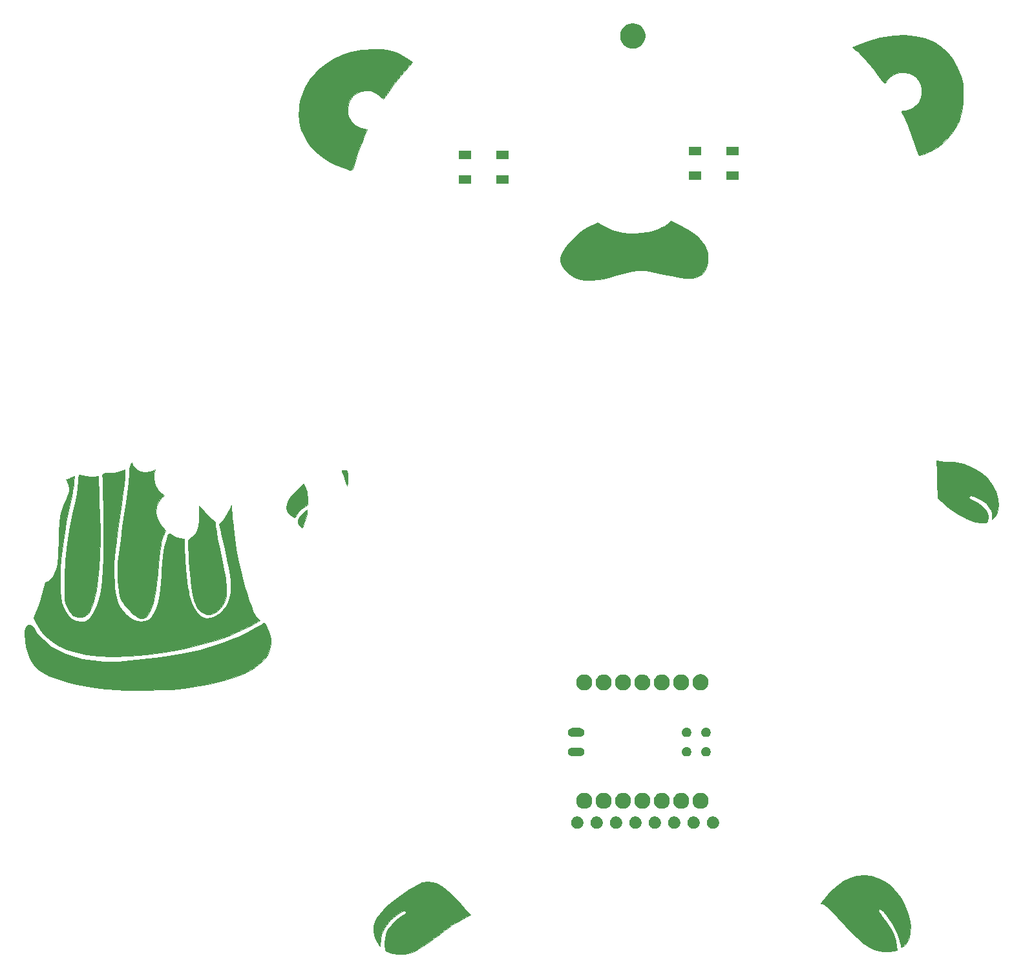
<source format=gbr>
G04 #@! TF.GenerationSoftware,KiCad,Pcbnew,(5.1.2)-1*
G04 #@! TF.CreationDate,2023-05-08T17:00:15+09:00*
G04 #@! TF.ProjectId,gopher_beer_xiao,676f7068-6572-45f6-9265-65725f786961,rev?*
G04 #@! TF.SameCoordinates,Original*
G04 #@! TF.FileFunction,Soldermask,Top*
G04 #@! TF.FilePolarity,Negative*
%FSLAX46Y46*%
G04 Gerber Fmt 4.6, Leading zero omitted, Abs format (unit mm)*
G04 Created by KiCad (PCBNEW (5.1.2)-1) date 2023-05-08 17:00:15*
%MOMM*%
%LPD*%
G04 APERTURE LIST*
%ADD10C,0.100000*%
G04 APERTURE END LIST*
D10*
G36*
X43690000Y-100640000D02*
G01*
X43880000Y-100520000D01*
X44070000Y-100450000D01*
X44410000Y-100400000D01*
X45180000Y-100390000D01*
X45620000Y-100350000D01*
X45950000Y-100280000D01*
X46360000Y-100110000D01*
X46610000Y-100000000D01*
X46650000Y-100090000D01*
X46660000Y-100310000D01*
X46610000Y-101110000D01*
X46520000Y-101940000D01*
X46390000Y-102980000D01*
X46190000Y-104510000D01*
X45870000Y-106700000D01*
X45620000Y-108450000D01*
X45500000Y-109390000D01*
X45380000Y-110400000D01*
X45290000Y-111410000D01*
X45240000Y-112280000D01*
X45220000Y-113060000D01*
X45220000Y-113760000D01*
X45260000Y-114690000D01*
X45320000Y-115460000D01*
X45390000Y-116000000D01*
X45530000Y-116790000D01*
X45730000Y-117350000D01*
X45990000Y-117900000D01*
X46350000Y-118420000D01*
X46730000Y-118830000D01*
X47200000Y-119300000D01*
X47710000Y-119630000D01*
X48220000Y-119790000D01*
X48780000Y-119860000D01*
X49250000Y-119830000D01*
X49560000Y-119730000D01*
X49900000Y-119510000D01*
X50220000Y-119190000D01*
X50490000Y-118780000D01*
X50710000Y-118310000D01*
X50940000Y-117610000D01*
X51120000Y-116810000D01*
X51280000Y-115730000D01*
X51450000Y-113830000D01*
X51490000Y-113320000D01*
X51580000Y-112130000D01*
X51650000Y-111450000D01*
X51740000Y-110670000D01*
X51820000Y-110190000D01*
X51910000Y-109800000D01*
X52110000Y-109120000D01*
X52240000Y-108700000D01*
X52340000Y-108430000D01*
X52390000Y-108340000D01*
X52550000Y-108390000D01*
X52750000Y-108500000D01*
X53040000Y-108690000D01*
X53450000Y-108850000D01*
X53900000Y-108980000D01*
X54250000Y-109040000D01*
X54430000Y-109060000D01*
X54420000Y-110030000D01*
X54520000Y-111810000D01*
X54690000Y-113870000D01*
X54860000Y-115370000D01*
X54980000Y-115930000D01*
X55050000Y-116360000D01*
X55330000Y-117310000D01*
X55690000Y-118100000D01*
X56080000Y-118700000D01*
X56610000Y-119190000D01*
X56840000Y-119320000D01*
X57330000Y-119450000D01*
X57860000Y-119420000D01*
X58420000Y-119210000D01*
X58960000Y-118870000D01*
X59510000Y-118370000D01*
X59910000Y-117870000D01*
X60190000Y-117350000D01*
X60390000Y-116760000D01*
X60510000Y-116060000D01*
X60550000Y-115520000D01*
X60550000Y-115000000D01*
X60510000Y-114460000D01*
X60450000Y-113860000D01*
X60270000Y-112800000D01*
X60130000Y-112150000D01*
X59920000Y-111210000D01*
X59640000Y-109990000D01*
X59330000Y-108680000D01*
X59160000Y-107820000D01*
X59040000Y-107170000D01*
X59570000Y-106500000D01*
X60000000Y-105860000D01*
X60460000Y-105030000D01*
X60640000Y-104630000D01*
X60720000Y-106130000D01*
X60790000Y-106820000D01*
X60830000Y-107380000D01*
X60950000Y-108360000D01*
X61090000Y-109610000D01*
X61240000Y-110430000D01*
X61460000Y-111670000D01*
X61690000Y-112740000D01*
X61950000Y-113830000D01*
X62040000Y-114240000D01*
X62420000Y-115520000D01*
X62610000Y-116170000D01*
X62920000Y-117090000D01*
X63200000Y-117880000D01*
X63430000Y-118500000D01*
X63800000Y-119200000D01*
X64050000Y-119500000D01*
X64350000Y-119710000D01*
X63710000Y-120070000D01*
X63205000Y-120360000D01*
X61735000Y-121070000D01*
X60230000Y-121750000D01*
X58792500Y-122270000D01*
X56267500Y-122970000D01*
X54335000Y-123425000D01*
X51945000Y-123835000D01*
X49440000Y-124180000D01*
X47285000Y-124398750D01*
X45035000Y-124481250D01*
X43200000Y-124382500D01*
X41680000Y-124200000D01*
X40220000Y-123900000D01*
X39000000Y-123510000D01*
X37960000Y-123050000D01*
X37050000Y-122470000D01*
X36310000Y-121850000D01*
X35610000Y-121050000D01*
X35000000Y-120060000D01*
X34690000Y-119380000D01*
X35430000Y-117520000D01*
X35865000Y-116000000D01*
X36235000Y-114740000D01*
X36560000Y-114650000D01*
X36980000Y-114290000D01*
X37250000Y-113950000D01*
X37660000Y-113020000D01*
X37800000Y-112320000D01*
X37900000Y-111130000D01*
X38000000Y-108990000D01*
X38040000Y-108080000D01*
X38110000Y-106900000D01*
X38180000Y-106210000D01*
X38290000Y-105640000D01*
X38410000Y-105220000D01*
X38590000Y-104690000D01*
X38910000Y-103960000D01*
X39210000Y-103320000D01*
X39340000Y-102900000D01*
X39390000Y-102600000D01*
X39380000Y-102350000D01*
X39280000Y-102020000D01*
X39080000Y-101570000D01*
X38985000Y-101360000D01*
X38955000Y-101250000D01*
X39320000Y-101140000D01*
X39610000Y-101020000D01*
X39840000Y-100900000D01*
X40040000Y-100830000D01*
X40040000Y-100990000D01*
X39990000Y-101460000D01*
X39920000Y-102040000D01*
X39780000Y-102800000D01*
X39660000Y-103450000D01*
X39400000Y-104600000D01*
X38960000Y-106830000D01*
X38730000Y-108230000D01*
X38560000Y-109290000D01*
X38420000Y-110510000D01*
X38270000Y-111770000D01*
X38200000Y-112940000D01*
X38140000Y-113890000D01*
X38150000Y-114320000D01*
X38140000Y-115110000D01*
X38190000Y-116050000D01*
X38240000Y-116620000D01*
X38370000Y-117370000D01*
X38490000Y-117750000D01*
X38600000Y-118060000D01*
X38840000Y-118570000D01*
X39250000Y-119160000D01*
X39700000Y-119570000D01*
X40210000Y-119800000D01*
X40940000Y-119920000D01*
X41420000Y-119850000D01*
X41820000Y-119650000D01*
X42190000Y-119290000D01*
X42530000Y-118760000D01*
X43030000Y-117750000D01*
X43290000Y-116900000D01*
X43430000Y-116360000D01*
X43520000Y-115880000D01*
X43610000Y-115240000D01*
X43670000Y-114650000D01*
X43710000Y-114120000D01*
X43750000Y-113500000D01*
X43780000Y-112870000D01*
X43820000Y-111810000D01*
X43840000Y-110670000D01*
X43840000Y-109960000D01*
X43840000Y-109590000D01*
X43860000Y-108370000D01*
X43860000Y-107500000D01*
X43850000Y-105740000D01*
X43810000Y-104470000D01*
X43790000Y-103440000D01*
X43760000Y-102040000D01*
X43720000Y-101120000D01*
X43700000Y-100820000D01*
X43690000Y-100640000D01*
G37*
X43690000Y-100640000D02*
X43880000Y-100520000D01*
X44070000Y-100450000D01*
X44410000Y-100400000D01*
X45180000Y-100390000D01*
X45620000Y-100350000D01*
X45950000Y-100280000D01*
X46360000Y-100110000D01*
X46610000Y-100000000D01*
X46650000Y-100090000D01*
X46660000Y-100310000D01*
X46610000Y-101110000D01*
X46520000Y-101940000D01*
X46390000Y-102980000D01*
X46190000Y-104510000D01*
X45870000Y-106700000D01*
X45620000Y-108450000D01*
X45500000Y-109390000D01*
X45380000Y-110400000D01*
X45290000Y-111410000D01*
X45240000Y-112280000D01*
X45220000Y-113060000D01*
X45220000Y-113760000D01*
X45260000Y-114690000D01*
X45320000Y-115460000D01*
X45390000Y-116000000D01*
X45530000Y-116790000D01*
X45730000Y-117350000D01*
X45990000Y-117900000D01*
X46350000Y-118420000D01*
X46730000Y-118830000D01*
X47200000Y-119300000D01*
X47710000Y-119630000D01*
X48220000Y-119790000D01*
X48780000Y-119860000D01*
X49250000Y-119830000D01*
X49560000Y-119730000D01*
X49900000Y-119510000D01*
X50220000Y-119190000D01*
X50490000Y-118780000D01*
X50710000Y-118310000D01*
X50940000Y-117610000D01*
X51120000Y-116810000D01*
X51280000Y-115730000D01*
X51450000Y-113830000D01*
X51490000Y-113320000D01*
X51580000Y-112130000D01*
X51650000Y-111450000D01*
X51740000Y-110670000D01*
X51820000Y-110190000D01*
X51910000Y-109800000D01*
X52110000Y-109120000D01*
X52240000Y-108700000D01*
X52340000Y-108430000D01*
X52390000Y-108340000D01*
X52550000Y-108390000D01*
X52750000Y-108500000D01*
X53040000Y-108690000D01*
X53450000Y-108850000D01*
X53900000Y-108980000D01*
X54250000Y-109040000D01*
X54430000Y-109060000D01*
X54420000Y-110030000D01*
X54520000Y-111810000D01*
X54690000Y-113870000D01*
X54860000Y-115370000D01*
X54980000Y-115930000D01*
X55050000Y-116360000D01*
X55330000Y-117310000D01*
X55690000Y-118100000D01*
X56080000Y-118700000D01*
X56610000Y-119190000D01*
X56840000Y-119320000D01*
X57330000Y-119450000D01*
X57860000Y-119420000D01*
X58420000Y-119210000D01*
X58960000Y-118870000D01*
X59510000Y-118370000D01*
X59910000Y-117870000D01*
X60190000Y-117350000D01*
X60390000Y-116760000D01*
X60510000Y-116060000D01*
X60550000Y-115520000D01*
X60550000Y-115000000D01*
X60510000Y-114460000D01*
X60450000Y-113860000D01*
X60270000Y-112800000D01*
X60130000Y-112150000D01*
X59920000Y-111210000D01*
X59640000Y-109990000D01*
X59330000Y-108680000D01*
X59160000Y-107820000D01*
X59040000Y-107170000D01*
X59570000Y-106500000D01*
X60000000Y-105860000D01*
X60460000Y-105030000D01*
X60640000Y-104630000D01*
X60720000Y-106130000D01*
X60790000Y-106820000D01*
X60830000Y-107380000D01*
X60950000Y-108360000D01*
X61090000Y-109610000D01*
X61240000Y-110430000D01*
X61460000Y-111670000D01*
X61690000Y-112740000D01*
X61950000Y-113830000D01*
X62040000Y-114240000D01*
X62420000Y-115520000D01*
X62610000Y-116170000D01*
X62920000Y-117090000D01*
X63200000Y-117880000D01*
X63430000Y-118500000D01*
X63800000Y-119200000D01*
X64050000Y-119500000D01*
X64350000Y-119710000D01*
X63710000Y-120070000D01*
X63205000Y-120360000D01*
X61735000Y-121070000D01*
X60230000Y-121750000D01*
X58792500Y-122270000D01*
X56267500Y-122970000D01*
X54335000Y-123425000D01*
X51945000Y-123835000D01*
X49440000Y-124180000D01*
X47285000Y-124398750D01*
X45035000Y-124481250D01*
X43200000Y-124382500D01*
X41680000Y-124200000D01*
X40220000Y-123900000D01*
X39000000Y-123510000D01*
X37960000Y-123050000D01*
X37050000Y-122470000D01*
X36310000Y-121850000D01*
X35610000Y-121050000D01*
X35000000Y-120060000D01*
X34690000Y-119380000D01*
X35430000Y-117520000D01*
X35865000Y-116000000D01*
X36235000Y-114740000D01*
X36560000Y-114650000D01*
X36980000Y-114290000D01*
X37250000Y-113950000D01*
X37660000Y-113020000D01*
X37800000Y-112320000D01*
X37900000Y-111130000D01*
X38000000Y-108990000D01*
X38040000Y-108080000D01*
X38110000Y-106900000D01*
X38180000Y-106210000D01*
X38290000Y-105640000D01*
X38410000Y-105220000D01*
X38590000Y-104690000D01*
X38910000Y-103960000D01*
X39210000Y-103320000D01*
X39340000Y-102900000D01*
X39390000Y-102600000D01*
X39380000Y-102350000D01*
X39280000Y-102020000D01*
X39080000Y-101570000D01*
X38985000Y-101360000D01*
X38955000Y-101250000D01*
X39320000Y-101140000D01*
X39610000Y-101020000D01*
X39840000Y-100900000D01*
X40040000Y-100830000D01*
X40040000Y-100990000D01*
X39990000Y-101460000D01*
X39920000Y-102040000D01*
X39780000Y-102800000D01*
X39660000Y-103450000D01*
X39400000Y-104600000D01*
X38960000Y-106830000D01*
X38730000Y-108230000D01*
X38560000Y-109290000D01*
X38420000Y-110510000D01*
X38270000Y-111770000D01*
X38200000Y-112940000D01*
X38140000Y-113890000D01*
X38150000Y-114320000D01*
X38140000Y-115110000D01*
X38190000Y-116050000D01*
X38240000Y-116620000D01*
X38370000Y-117370000D01*
X38490000Y-117750000D01*
X38600000Y-118060000D01*
X38840000Y-118570000D01*
X39250000Y-119160000D01*
X39700000Y-119570000D01*
X40210000Y-119800000D01*
X40940000Y-119920000D01*
X41420000Y-119850000D01*
X41820000Y-119650000D01*
X42190000Y-119290000D01*
X42530000Y-118760000D01*
X43030000Y-117750000D01*
X43290000Y-116900000D01*
X43430000Y-116360000D01*
X43520000Y-115880000D01*
X43610000Y-115240000D01*
X43670000Y-114650000D01*
X43710000Y-114120000D01*
X43750000Y-113500000D01*
X43780000Y-112870000D01*
X43820000Y-111810000D01*
X43840000Y-110670000D01*
X43840000Y-109960000D01*
X43840000Y-109590000D01*
X43860000Y-108370000D01*
X43860000Y-107500000D01*
X43850000Y-105740000D01*
X43810000Y-104470000D01*
X43790000Y-103440000D01*
X43760000Y-102040000D01*
X43720000Y-101120000D01*
X43700000Y-100820000D01*
X43690000Y-100640000D01*
G36*
X47582500Y-99100000D02*
G01*
X47695000Y-99360000D01*
X47890000Y-99650000D01*
X48210000Y-100000000D01*
X48710000Y-100280000D01*
X49330000Y-100350000D01*
X49990000Y-100240000D01*
X50630000Y-100010000D01*
X50450000Y-100495000D01*
X50410000Y-101170000D01*
X50600000Y-102040000D01*
X50770000Y-102295000D01*
X51080000Y-102670000D01*
X51420000Y-103030000D01*
X51770000Y-103370000D01*
X51440000Y-103670000D01*
X51010000Y-104230000D01*
X50780000Y-104850000D01*
X50720000Y-105550000D01*
X50860000Y-106370000D01*
X51200000Y-107020000D01*
X51470000Y-107380000D01*
X51940000Y-107920000D01*
X51570000Y-108940000D01*
X51410000Y-109580000D01*
X51340000Y-109920000D01*
X51200000Y-110780000D01*
X51020000Y-112350000D01*
X50920000Y-113640000D01*
X50800000Y-114880000D01*
X50710000Y-115730000D01*
X50460000Y-117050000D01*
X50290000Y-117650000D01*
X49940000Y-118550000D01*
X49690000Y-118950000D01*
X49510000Y-119180000D01*
X49210000Y-119360000D01*
X49030000Y-119430000D01*
X48840000Y-119460000D01*
X48720000Y-119440000D01*
X48430000Y-119350000D01*
X48040000Y-119110000D01*
X47660000Y-118840000D01*
X47190000Y-118390000D01*
X46650000Y-117770000D01*
X46380000Y-117390000D01*
X46170000Y-117000000D01*
X46000000Y-116460000D01*
X45880000Y-115840000D01*
X45735000Y-114500000D01*
X45737500Y-112190000D01*
X46110000Y-109210000D01*
X46340000Y-107460000D01*
X46730000Y-104830000D01*
X46890000Y-103720000D01*
X47120000Y-101690000D01*
X47210000Y-100460000D01*
X47260000Y-99820000D01*
X47360000Y-99400000D01*
X47437500Y-99220000D01*
X47582500Y-99100000D01*
G37*
X47582500Y-99100000D02*
X47695000Y-99360000D01*
X47890000Y-99650000D01*
X48210000Y-100000000D01*
X48710000Y-100280000D01*
X49330000Y-100350000D01*
X49990000Y-100240000D01*
X50630000Y-100010000D01*
X50450000Y-100495000D01*
X50410000Y-101170000D01*
X50600000Y-102040000D01*
X50770000Y-102295000D01*
X51080000Y-102670000D01*
X51420000Y-103030000D01*
X51770000Y-103370000D01*
X51440000Y-103670000D01*
X51010000Y-104230000D01*
X50780000Y-104850000D01*
X50720000Y-105550000D01*
X50860000Y-106370000D01*
X51200000Y-107020000D01*
X51470000Y-107380000D01*
X51940000Y-107920000D01*
X51570000Y-108940000D01*
X51410000Y-109580000D01*
X51340000Y-109920000D01*
X51200000Y-110780000D01*
X51020000Y-112350000D01*
X50920000Y-113640000D01*
X50800000Y-114880000D01*
X50710000Y-115730000D01*
X50460000Y-117050000D01*
X50290000Y-117650000D01*
X49940000Y-118550000D01*
X49690000Y-118950000D01*
X49510000Y-119180000D01*
X49210000Y-119360000D01*
X49030000Y-119430000D01*
X48840000Y-119460000D01*
X48720000Y-119440000D01*
X48430000Y-119350000D01*
X48040000Y-119110000D01*
X47660000Y-118840000D01*
X47190000Y-118390000D01*
X46650000Y-117770000D01*
X46380000Y-117390000D01*
X46170000Y-117000000D01*
X46000000Y-116460000D01*
X45880000Y-115840000D01*
X45735000Y-114500000D01*
X45737500Y-112190000D01*
X46110000Y-109210000D01*
X46340000Y-107460000D01*
X46730000Y-104830000D01*
X46890000Y-103720000D01*
X47120000Y-101690000D01*
X47210000Y-100460000D01*
X47260000Y-99820000D01*
X47360000Y-99400000D01*
X47437500Y-99220000D01*
X47582500Y-99100000D01*
G36*
X33940000Y-120330000D02*
G01*
X34230000Y-120310000D01*
X34420000Y-120400000D01*
X34610000Y-120580000D01*
X34830000Y-120940000D01*
X35080000Y-121330000D01*
X35730000Y-122020000D01*
X36545000Y-122800000D01*
X37020000Y-123150000D01*
X37965000Y-123720000D01*
X38665000Y-124045000D01*
X39715000Y-124375000D01*
X41060000Y-124770000D01*
X42510000Y-125000000D01*
X43890000Y-125100000D01*
X44800000Y-125120000D01*
X45840000Y-125100000D01*
X47290000Y-124970000D01*
X49750000Y-124740000D01*
X51320000Y-124570000D01*
X52880000Y-124330000D01*
X53900000Y-124150000D01*
X55180000Y-123890000D01*
X56420000Y-123590000D01*
X57790000Y-123210000D01*
X59430000Y-122675000D01*
X60670000Y-122205000D01*
X61600000Y-121800000D01*
X62640000Y-121320000D01*
X63250000Y-120980000D01*
X63855000Y-120660000D01*
X64490000Y-120290000D01*
X64870000Y-120090000D01*
X65000000Y-120140000D01*
X65290000Y-120610000D01*
X65560000Y-121230000D01*
X65770000Y-122050000D01*
X65790000Y-122800000D01*
X65640000Y-123540000D01*
X65320000Y-124290000D01*
X64860000Y-124910000D01*
X64190000Y-125510000D01*
X63390000Y-126100000D01*
X62280000Y-126670000D01*
X61240000Y-127100000D01*
X59280000Y-127690000D01*
X57460000Y-128100000D01*
X55880000Y-128390000D01*
X54370000Y-128580000D01*
X52790000Y-128750000D01*
X51320000Y-128820000D01*
X49585000Y-128865000D01*
X48095000Y-128855000D01*
X46530000Y-128830000D01*
X45670000Y-128780000D01*
X44170000Y-128670000D01*
X42780000Y-128500000D01*
X41270000Y-128250000D01*
X39960000Y-127980000D01*
X38990000Y-127740000D01*
X37740000Y-127350000D01*
X36760000Y-126960000D01*
X35940000Y-126570000D01*
X35290000Y-126150000D01*
X34770000Y-125660000D01*
X34160000Y-124700000D01*
X33920000Y-123930000D01*
X33710000Y-123180000D01*
X33580000Y-122380000D01*
X33540000Y-121540000D01*
X33550000Y-121180000D01*
X33610000Y-120780000D01*
X33750000Y-120470000D01*
X33940000Y-120330000D01*
G37*
X33940000Y-120330000D02*
X34230000Y-120310000D01*
X34420000Y-120400000D01*
X34610000Y-120580000D01*
X34830000Y-120940000D01*
X35080000Y-121330000D01*
X35730000Y-122020000D01*
X36545000Y-122800000D01*
X37020000Y-123150000D01*
X37965000Y-123720000D01*
X38665000Y-124045000D01*
X39715000Y-124375000D01*
X41060000Y-124770000D01*
X42510000Y-125000000D01*
X43890000Y-125100000D01*
X44800000Y-125120000D01*
X45840000Y-125100000D01*
X47290000Y-124970000D01*
X49750000Y-124740000D01*
X51320000Y-124570000D01*
X52880000Y-124330000D01*
X53900000Y-124150000D01*
X55180000Y-123890000D01*
X56420000Y-123590000D01*
X57790000Y-123210000D01*
X59430000Y-122675000D01*
X60670000Y-122205000D01*
X61600000Y-121800000D01*
X62640000Y-121320000D01*
X63250000Y-120980000D01*
X63855000Y-120660000D01*
X64490000Y-120290000D01*
X64870000Y-120090000D01*
X65000000Y-120140000D01*
X65290000Y-120610000D01*
X65560000Y-121230000D01*
X65770000Y-122050000D01*
X65790000Y-122800000D01*
X65640000Y-123540000D01*
X65320000Y-124290000D01*
X64860000Y-124910000D01*
X64190000Y-125510000D01*
X63390000Y-126100000D01*
X62280000Y-126670000D01*
X61240000Y-127100000D01*
X59280000Y-127690000D01*
X57460000Y-128100000D01*
X55880000Y-128390000D01*
X54370000Y-128580000D01*
X52790000Y-128750000D01*
X51320000Y-128820000D01*
X49585000Y-128865000D01*
X48095000Y-128855000D01*
X46530000Y-128830000D01*
X45670000Y-128780000D01*
X44170000Y-128670000D01*
X42780000Y-128500000D01*
X41270000Y-128250000D01*
X39960000Y-127980000D01*
X38990000Y-127740000D01*
X37740000Y-127350000D01*
X36760000Y-126960000D01*
X35940000Y-126570000D01*
X35290000Y-126150000D01*
X34770000Y-125660000D01*
X34160000Y-124700000D01*
X33920000Y-123930000D01*
X33710000Y-123180000D01*
X33580000Y-122380000D01*
X33540000Y-121540000D01*
X33550000Y-121180000D01*
X33610000Y-120780000D01*
X33750000Y-120470000D01*
X33940000Y-120330000D01*
G36*
X56340000Y-104740000D02*
G01*
X56550000Y-104890000D01*
X56810000Y-105180000D01*
X57120000Y-105580000D01*
X57460000Y-105920000D01*
X57880000Y-106330000D01*
X58450000Y-106880000D01*
X58530000Y-107420000D01*
X58630000Y-108150000D01*
X58780000Y-109010000D01*
X58980000Y-110000000D01*
X59330000Y-111710000D01*
X59630000Y-113060000D01*
X59820000Y-114250000D01*
X59920000Y-115490000D01*
X59890000Y-116570000D01*
X59760000Y-117100000D01*
X59570000Y-117540000D01*
X59450000Y-117730000D01*
X59170000Y-118080000D01*
X58800000Y-118440000D01*
X58450000Y-118700000D01*
X58090000Y-118870000D01*
X57710000Y-118940000D01*
X57430000Y-118920000D01*
X57030000Y-118800000D01*
X56550000Y-118510000D01*
X56240000Y-118170000D01*
X55970000Y-117700000D01*
X55730000Y-117090000D01*
X55540000Y-116320000D01*
X55380000Y-115420000D01*
X55250000Y-114370000D01*
X55140000Y-112890000D01*
X55060000Y-111850000D01*
X54980000Y-110910000D01*
X54920000Y-110270000D01*
X54900000Y-109780000D01*
X54930000Y-109400000D01*
X55010000Y-109130000D01*
X55150000Y-108950000D01*
X55360000Y-108810000D01*
X55460000Y-108760000D01*
X55850000Y-108440000D01*
X56140000Y-107970000D01*
X56310000Y-107370000D01*
X56370000Y-106660000D01*
X56360000Y-106090000D01*
X56360000Y-105400000D01*
X56360000Y-104820000D01*
X56340000Y-104740000D01*
G37*
X56340000Y-104740000D02*
X56550000Y-104890000D01*
X56810000Y-105180000D01*
X57120000Y-105580000D01*
X57460000Y-105920000D01*
X57880000Y-106330000D01*
X58450000Y-106880000D01*
X58530000Y-107420000D01*
X58630000Y-108150000D01*
X58780000Y-109010000D01*
X58980000Y-110000000D01*
X59330000Y-111710000D01*
X59630000Y-113060000D01*
X59820000Y-114250000D01*
X59920000Y-115490000D01*
X59890000Y-116570000D01*
X59760000Y-117100000D01*
X59570000Y-117540000D01*
X59450000Y-117730000D01*
X59170000Y-118080000D01*
X58800000Y-118440000D01*
X58450000Y-118700000D01*
X58090000Y-118870000D01*
X57710000Y-118940000D01*
X57430000Y-118920000D01*
X57030000Y-118800000D01*
X56550000Y-118510000D01*
X56240000Y-118170000D01*
X55970000Y-117700000D01*
X55730000Y-117090000D01*
X55540000Y-116320000D01*
X55380000Y-115420000D01*
X55250000Y-114370000D01*
X55140000Y-112890000D01*
X55060000Y-111850000D01*
X54980000Y-110910000D01*
X54920000Y-110270000D01*
X54900000Y-109780000D01*
X54930000Y-109400000D01*
X55010000Y-109130000D01*
X55150000Y-108950000D01*
X55360000Y-108810000D01*
X55460000Y-108760000D01*
X55850000Y-108440000D01*
X56140000Y-107970000D01*
X56310000Y-107370000D01*
X56370000Y-106660000D01*
X56360000Y-106090000D01*
X56360000Y-105400000D01*
X56360000Y-104820000D01*
X56340000Y-104740000D01*
G36*
X40670000Y-100650000D02*
G01*
X40800000Y-100670000D01*
X41010000Y-100730000D01*
X41600000Y-100860000D01*
X42140000Y-100910000D01*
X42710000Y-100890000D01*
X43100000Y-100800000D01*
X43130000Y-100850000D01*
X43160000Y-100970000D01*
X43200000Y-101430000D01*
X43260000Y-102880000D01*
X43290000Y-103870000D01*
X43350000Y-106230000D01*
X43380000Y-107590000D01*
X43390000Y-109000000D01*
X43350000Y-111410000D01*
X43290000Y-112630000D01*
X43200000Y-113630000D01*
X43010000Y-115070000D01*
X42880000Y-115830000D01*
X42670000Y-116780000D01*
X42470000Y-117450000D01*
X42410000Y-117670000D01*
X42150000Y-118320000D01*
X41880000Y-118760000D01*
X41600000Y-119070000D01*
X41380000Y-119200000D01*
X40960000Y-119330000D01*
X40470000Y-119300000D01*
X39970000Y-119100000D01*
X39810000Y-119020000D01*
X39570000Y-118820000D01*
X39380000Y-118560000D01*
X39150000Y-118110000D01*
X38890000Y-117430000D01*
X38800000Y-116970000D01*
X38730000Y-116430000D01*
X38730000Y-114060000D01*
X38830000Y-111950000D01*
X39090000Y-109680000D01*
X39440000Y-107440000D01*
X39850000Y-105450000D01*
X40170000Y-104030000D01*
X40340000Y-103180000D01*
X40460000Y-102400000D01*
X40530000Y-101620000D01*
X40570000Y-101090000D01*
X40600000Y-100810000D01*
X40630000Y-100680000D01*
X40670000Y-100650000D01*
G37*
X40670000Y-100650000D02*
X40800000Y-100670000D01*
X41010000Y-100730000D01*
X41600000Y-100860000D01*
X42140000Y-100910000D01*
X42710000Y-100890000D01*
X43100000Y-100800000D01*
X43130000Y-100850000D01*
X43160000Y-100970000D01*
X43200000Y-101430000D01*
X43260000Y-102880000D01*
X43290000Y-103870000D01*
X43350000Y-106230000D01*
X43380000Y-107590000D01*
X43390000Y-109000000D01*
X43350000Y-111410000D01*
X43290000Y-112630000D01*
X43200000Y-113630000D01*
X43010000Y-115070000D01*
X42880000Y-115830000D01*
X42670000Y-116780000D01*
X42470000Y-117450000D01*
X42410000Y-117670000D01*
X42150000Y-118320000D01*
X41880000Y-118760000D01*
X41600000Y-119070000D01*
X41380000Y-119200000D01*
X40960000Y-119330000D01*
X40470000Y-119300000D01*
X39970000Y-119100000D01*
X39810000Y-119020000D01*
X39570000Y-118820000D01*
X39380000Y-118560000D01*
X39150000Y-118110000D01*
X38890000Y-117430000D01*
X38800000Y-116970000D01*
X38730000Y-116430000D01*
X38730000Y-114060000D01*
X38830000Y-111950000D01*
X39090000Y-109680000D01*
X39440000Y-107440000D01*
X39850000Y-105450000D01*
X40170000Y-104030000D01*
X40340000Y-103180000D01*
X40460000Y-102400000D01*
X40530000Y-101620000D01*
X40570000Y-101090000D01*
X40600000Y-100810000D01*
X40630000Y-100680000D01*
X40670000Y-100650000D01*
G36*
X76370000Y-45310000D02*
G01*
X77750000Y-45040000D01*
X79300000Y-44960000D01*
X80390000Y-45000000D01*
X81350000Y-45150000D01*
X82160000Y-45380000D01*
X82900000Y-45690000D01*
X83700000Y-46200000D01*
X84350000Y-46670000D01*
X83770000Y-47260000D01*
X83110000Y-48000000D01*
X82350000Y-48950000D01*
X81980000Y-49450000D01*
X81400000Y-50220000D01*
X81010000Y-50780000D01*
X80510000Y-51500000D01*
X79950000Y-50960000D01*
X79390000Y-50600000D01*
X78800000Y-50410000D01*
X78210000Y-50370000D01*
X77590000Y-50470000D01*
X77020000Y-50710000D01*
X76510000Y-51090000D01*
X76120000Y-51620000D01*
X75920000Y-52180000D01*
X75840000Y-52720000D01*
X75850000Y-53310000D01*
X75970000Y-53800000D01*
X76360000Y-54450000D01*
X76810000Y-54880000D01*
X77380000Y-55210000D01*
X77980000Y-55390000D01*
X78300000Y-55450000D01*
X78360000Y-55480000D01*
X78080000Y-56180000D01*
X77900000Y-56640000D01*
X77770000Y-56970000D01*
X77640000Y-57310000D01*
X77480000Y-57740000D01*
X77160000Y-58610000D01*
X76850000Y-59530000D01*
X76510000Y-60600000D01*
X76270000Y-60790000D01*
X76140000Y-60790000D01*
X75790000Y-60650000D01*
X75240000Y-60450000D01*
X74350000Y-60120000D01*
X73340000Y-59610000D01*
X72480000Y-59050000D01*
X71700000Y-58420000D01*
X71050000Y-57770000D01*
X70610000Y-57150000D01*
X70070000Y-56170000D01*
X69790000Y-55530000D01*
X69580000Y-54920000D01*
X69480000Y-54230000D01*
X69450000Y-53540000D01*
X69460000Y-52910000D01*
X69510000Y-52330000D01*
X69610000Y-51790000D01*
X69810000Y-51090000D01*
X70270000Y-49970000D01*
X70880000Y-48970000D01*
X71630000Y-48050000D01*
X71990000Y-47700000D01*
X72960000Y-46880000D01*
X74020000Y-46200000D01*
X75230000Y-45650000D01*
X76370000Y-45310000D01*
G37*
X76370000Y-45310000D02*
X77750000Y-45040000D01*
X79300000Y-44960000D01*
X80390000Y-45000000D01*
X81350000Y-45150000D01*
X82160000Y-45380000D01*
X82900000Y-45690000D01*
X83700000Y-46200000D01*
X84350000Y-46670000D01*
X83770000Y-47260000D01*
X83110000Y-48000000D01*
X82350000Y-48950000D01*
X81980000Y-49450000D01*
X81400000Y-50220000D01*
X81010000Y-50780000D01*
X80510000Y-51500000D01*
X79950000Y-50960000D01*
X79390000Y-50600000D01*
X78800000Y-50410000D01*
X78210000Y-50370000D01*
X77590000Y-50470000D01*
X77020000Y-50710000D01*
X76510000Y-51090000D01*
X76120000Y-51620000D01*
X75920000Y-52180000D01*
X75840000Y-52720000D01*
X75850000Y-53310000D01*
X75970000Y-53800000D01*
X76360000Y-54450000D01*
X76810000Y-54880000D01*
X77380000Y-55210000D01*
X77980000Y-55390000D01*
X78300000Y-55450000D01*
X78360000Y-55480000D01*
X78080000Y-56180000D01*
X77900000Y-56640000D01*
X77770000Y-56970000D01*
X77640000Y-57310000D01*
X77480000Y-57740000D01*
X77160000Y-58610000D01*
X76850000Y-59530000D01*
X76510000Y-60600000D01*
X76270000Y-60790000D01*
X76140000Y-60790000D01*
X75790000Y-60650000D01*
X75240000Y-60450000D01*
X74350000Y-60120000D01*
X73340000Y-59610000D01*
X72480000Y-59050000D01*
X71700000Y-58420000D01*
X71050000Y-57770000D01*
X70610000Y-57150000D01*
X70070000Y-56170000D01*
X69790000Y-55530000D01*
X69580000Y-54920000D01*
X69480000Y-54230000D01*
X69450000Y-53540000D01*
X69460000Y-52910000D01*
X69510000Y-52330000D01*
X69610000Y-51790000D01*
X69810000Y-51090000D01*
X70270000Y-49970000D01*
X70880000Y-48970000D01*
X71630000Y-48050000D01*
X71990000Y-47700000D01*
X72960000Y-46880000D01*
X74020000Y-46200000D01*
X75230000Y-45650000D01*
X76370000Y-45310000D01*
G36*
X142000000Y-44695000D02*
G01*
X142840000Y-44325000D01*
X144190000Y-43840000D01*
X145610000Y-43450000D01*
X147470000Y-43170000D01*
X148840000Y-43120000D01*
X150210000Y-43260000D01*
X151420000Y-43540000D01*
X152710000Y-44040000D01*
X153690000Y-44700000D01*
X154540000Y-45490000D01*
X155090000Y-46230000D01*
X155700000Y-47300000D01*
X156220000Y-48520000D01*
X156410000Y-49520000D01*
X156470000Y-51270000D01*
X156450000Y-51880000D01*
X156400000Y-52600000D01*
X156300000Y-53180000D01*
X156150000Y-53700000D01*
X155910000Y-54350000D01*
X155630000Y-54930000D01*
X155450000Y-55280000D01*
X154880000Y-56130000D01*
X154110000Y-57020000D01*
X153240000Y-57740000D01*
X152290000Y-58290000D01*
X151360000Y-58660000D01*
X150770000Y-58810000D01*
X150610000Y-58760000D01*
X150140000Y-57330000D01*
X149720000Y-56170000D01*
X149240000Y-54940000D01*
X148910000Y-54190000D01*
X148630000Y-53610000D01*
X148530000Y-53390000D01*
X148380000Y-53060000D01*
X148500000Y-53030000D01*
X148820000Y-52990000D01*
X149270000Y-52910000D01*
X149850000Y-52670000D01*
X150310000Y-52320000D01*
X150680000Y-51880000D01*
X150940000Y-51340000D01*
X151070000Y-50780000D01*
X151070000Y-50200000D01*
X150930000Y-49620000D01*
X150660000Y-49090000D01*
X150230000Y-48610000D01*
X149920000Y-48380000D01*
X149360000Y-48120000D01*
X148750000Y-47990000D01*
X148140000Y-48020000D01*
X147530000Y-48190000D01*
X147000000Y-48510000D01*
X146580000Y-48950000D01*
X146390000Y-49180000D01*
X146260000Y-49330000D01*
X146170000Y-49390000D01*
X146110000Y-49370000D01*
X145930000Y-49170000D01*
X145600000Y-48740000D01*
X145110000Y-48090000D01*
X144760000Y-47620000D01*
X144250000Y-47000000D01*
X143680000Y-46350000D01*
X143200000Y-45830000D01*
X142700000Y-45330000D01*
X142340000Y-45010000D01*
X142050000Y-44760000D01*
X142000000Y-44695000D01*
G37*
X142000000Y-44695000D02*
X142840000Y-44325000D01*
X144190000Y-43840000D01*
X145610000Y-43450000D01*
X147470000Y-43170000D01*
X148840000Y-43120000D01*
X150210000Y-43260000D01*
X151420000Y-43540000D01*
X152710000Y-44040000D01*
X153690000Y-44700000D01*
X154540000Y-45490000D01*
X155090000Y-46230000D01*
X155700000Y-47300000D01*
X156220000Y-48520000D01*
X156410000Y-49520000D01*
X156470000Y-51270000D01*
X156450000Y-51880000D01*
X156400000Y-52600000D01*
X156300000Y-53180000D01*
X156150000Y-53700000D01*
X155910000Y-54350000D01*
X155630000Y-54930000D01*
X155450000Y-55280000D01*
X154880000Y-56130000D01*
X154110000Y-57020000D01*
X153240000Y-57740000D01*
X152290000Y-58290000D01*
X151360000Y-58660000D01*
X150770000Y-58810000D01*
X150610000Y-58760000D01*
X150140000Y-57330000D01*
X149720000Y-56170000D01*
X149240000Y-54940000D01*
X148910000Y-54190000D01*
X148630000Y-53610000D01*
X148530000Y-53390000D01*
X148380000Y-53060000D01*
X148500000Y-53030000D01*
X148820000Y-52990000D01*
X149270000Y-52910000D01*
X149850000Y-52670000D01*
X150310000Y-52320000D01*
X150680000Y-51880000D01*
X150940000Y-51340000D01*
X151070000Y-50780000D01*
X151070000Y-50200000D01*
X150930000Y-49620000D01*
X150660000Y-49090000D01*
X150230000Y-48610000D01*
X149920000Y-48380000D01*
X149360000Y-48120000D01*
X148750000Y-47990000D01*
X148140000Y-48020000D01*
X147530000Y-48190000D01*
X147000000Y-48510000D01*
X146580000Y-48950000D01*
X146390000Y-49180000D01*
X146260000Y-49330000D01*
X146170000Y-49390000D01*
X146110000Y-49370000D01*
X145930000Y-49170000D01*
X145600000Y-48740000D01*
X145110000Y-48090000D01*
X144760000Y-47620000D01*
X144250000Y-47000000D01*
X143680000Y-46350000D01*
X143200000Y-45830000D01*
X142700000Y-45330000D01*
X142340000Y-45010000D01*
X142050000Y-44760000D01*
X142000000Y-44695000D01*
G36*
X118200000Y-67430000D02*
G01*
X118080000Y-69090000D01*
X117810000Y-72980000D01*
X117650000Y-74500000D01*
X116810000Y-74310000D01*
X116080000Y-74140000D01*
X115360000Y-74010000D01*
X114880000Y-73940000D01*
X114420000Y-73910000D01*
X113840000Y-73930000D01*
X113130000Y-74030000D01*
X112120000Y-74260000D01*
X111070000Y-74540000D01*
X110030000Y-74810000D01*
X108880000Y-75070000D01*
X108550000Y-75120000D01*
X107820000Y-75200000D01*
X107030000Y-75200000D01*
X106320000Y-75110000D01*
X105860000Y-74940000D01*
X105330000Y-74680000D01*
X104840000Y-74330000D01*
X104370000Y-73910000D01*
X104030000Y-73480000D01*
X103790000Y-73030000D01*
X103700000Y-72590000D01*
X103740000Y-72200000D01*
X103930000Y-71640000D01*
X104280000Y-71010000D01*
X104800000Y-70350000D01*
X105290000Y-69840000D01*
X105660000Y-69470000D01*
X106100000Y-69070000D01*
X106730000Y-68600000D01*
X107380000Y-68200000D01*
X108420000Y-67730000D01*
X108620000Y-67640000D01*
X108860000Y-67780000D01*
X109300000Y-68070000D01*
X109600000Y-68250000D01*
X110500000Y-68640000D01*
X111500000Y-68920000D01*
X111930000Y-68990000D01*
X112690000Y-69060000D01*
X113290000Y-69070000D01*
X113500000Y-69070000D01*
X114300000Y-69040000D01*
X115040000Y-68950000D01*
X115650000Y-68820000D01*
X116280000Y-68610000D01*
X116570000Y-68510000D01*
X117020000Y-68280000D01*
X117300000Y-68140000D01*
X117640000Y-67890000D01*
X117960000Y-67640000D01*
X118200000Y-67430000D01*
G37*
X118200000Y-67430000D02*
X118080000Y-69090000D01*
X117810000Y-72980000D01*
X117650000Y-74500000D01*
X116810000Y-74310000D01*
X116080000Y-74140000D01*
X115360000Y-74010000D01*
X114880000Y-73940000D01*
X114420000Y-73910000D01*
X113840000Y-73930000D01*
X113130000Y-74030000D01*
X112120000Y-74260000D01*
X111070000Y-74540000D01*
X110030000Y-74810000D01*
X108880000Y-75070000D01*
X108550000Y-75120000D01*
X107820000Y-75200000D01*
X107030000Y-75200000D01*
X106320000Y-75110000D01*
X105860000Y-74940000D01*
X105330000Y-74680000D01*
X104840000Y-74330000D01*
X104370000Y-73910000D01*
X104030000Y-73480000D01*
X103790000Y-73030000D01*
X103700000Y-72590000D01*
X103740000Y-72200000D01*
X103930000Y-71640000D01*
X104280000Y-71010000D01*
X104800000Y-70350000D01*
X105290000Y-69840000D01*
X105660000Y-69470000D01*
X106100000Y-69070000D01*
X106730000Y-68600000D01*
X107380000Y-68200000D01*
X108420000Y-67730000D01*
X108620000Y-67640000D01*
X108860000Y-67780000D01*
X109300000Y-68070000D01*
X109600000Y-68250000D01*
X110500000Y-68640000D01*
X111500000Y-68920000D01*
X111930000Y-68990000D01*
X112690000Y-69060000D01*
X113290000Y-69070000D01*
X113500000Y-69070000D01*
X114300000Y-69040000D01*
X115040000Y-68950000D01*
X115650000Y-68820000D01*
X116280000Y-68610000D01*
X116570000Y-68510000D01*
X117020000Y-68280000D01*
X117300000Y-68140000D01*
X117640000Y-67890000D01*
X117960000Y-67640000D01*
X118200000Y-67430000D01*
G36*
X118260000Y-67445000D02*
G01*
X119610000Y-68135000D01*
X120570000Y-68700000D01*
X121660000Y-69460000D01*
X122635000Y-70655000D01*
X122985000Y-71625000D01*
X123030000Y-72140000D01*
X123000000Y-72940000D01*
X122740000Y-73760000D01*
X122400000Y-74240000D01*
X122020000Y-74570000D01*
X121380000Y-74850000D01*
X120910000Y-74940000D01*
X120010000Y-74930000D01*
X119070000Y-74800000D01*
X118230000Y-74630000D01*
X117650000Y-74500000D01*
X118260000Y-67445000D01*
G37*
X118260000Y-67445000D02*
X119610000Y-68135000D01*
X120570000Y-68700000D01*
X121660000Y-69460000D01*
X122635000Y-70655000D01*
X122985000Y-71625000D01*
X123030000Y-72140000D01*
X123000000Y-72940000D01*
X122740000Y-73760000D01*
X122400000Y-74240000D01*
X122020000Y-74570000D01*
X121380000Y-74850000D01*
X120910000Y-74940000D01*
X120010000Y-74930000D01*
X119070000Y-74800000D01*
X118230000Y-74630000D01*
X117650000Y-74500000D01*
X118260000Y-67445000D01*
G36*
X75100000Y-100060000D02*
G01*
X75340000Y-100050000D01*
X75610000Y-100080000D01*
X75730000Y-100130000D01*
X75790000Y-100260000D01*
X75820000Y-100620000D01*
X75810000Y-101620000D01*
X75790000Y-102150000D01*
X75550000Y-101430000D01*
X75310000Y-100770000D01*
X75110000Y-100210000D01*
X75080000Y-100090000D01*
X75100000Y-100060000D01*
G37*
X75100000Y-100060000D02*
X75340000Y-100050000D01*
X75610000Y-100080000D01*
X75730000Y-100130000D01*
X75790000Y-100260000D01*
X75820000Y-100620000D01*
X75810000Y-101620000D01*
X75790000Y-102150000D01*
X75550000Y-101430000D01*
X75310000Y-100770000D01*
X75110000Y-100210000D01*
X75080000Y-100090000D01*
X75100000Y-100060000D01*
G36*
X70510000Y-105270000D02*
G01*
X70550000Y-105430000D01*
X70480000Y-105830000D01*
X70340000Y-106360000D01*
X70130000Y-107010000D01*
X69970000Y-107420000D01*
X69880000Y-107550000D01*
X69810000Y-107570000D01*
X69670000Y-107480000D01*
X69460000Y-107260000D01*
X69320000Y-106950000D01*
X69350000Y-106600000D01*
X69540000Y-106220000D01*
X69960000Y-105720000D01*
X70420000Y-105320000D01*
X70510000Y-105270000D01*
G37*
X70510000Y-105270000D02*
X70550000Y-105430000D01*
X70480000Y-105830000D01*
X70340000Y-106360000D01*
X70130000Y-107010000D01*
X69970000Y-107420000D01*
X69880000Y-107550000D01*
X69810000Y-107570000D01*
X69670000Y-107480000D01*
X69460000Y-107260000D01*
X69320000Y-106950000D01*
X69350000Y-106600000D01*
X69540000Y-106220000D01*
X69960000Y-105720000D01*
X70420000Y-105320000D01*
X70510000Y-105270000D01*
G36*
X70125000Y-101885000D02*
G01*
X70475000Y-102855000D01*
X70570000Y-103890000D01*
X70570000Y-104570000D01*
X69790000Y-105140000D01*
X69300000Y-105620000D01*
X68950000Y-106140000D01*
X68810000Y-106280000D01*
X68320000Y-105910000D01*
X68050000Y-105630000D01*
X67930000Y-105430000D01*
X67830000Y-104980000D01*
X67920000Y-104440000D01*
X68160000Y-103900000D01*
X68530000Y-103330000D01*
X69220000Y-102630000D01*
X69720000Y-102150000D01*
X70125000Y-101885000D01*
G37*
X70125000Y-101885000D02*
X70475000Y-102855000D01*
X70570000Y-103890000D01*
X70570000Y-104570000D01*
X69790000Y-105140000D01*
X69300000Y-105620000D01*
X68950000Y-106140000D01*
X68810000Y-106280000D01*
X68320000Y-105910000D01*
X68050000Y-105630000D01*
X67930000Y-105430000D01*
X67830000Y-104980000D01*
X67920000Y-104440000D01*
X68160000Y-103900000D01*
X68530000Y-103330000D01*
X69220000Y-102630000D01*
X69720000Y-102150000D01*
X70125000Y-101885000D01*
G36*
X153010000Y-98800000D02*
G01*
X154030000Y-98950000D01*
X155230000Y-98990000D01*
X156505000Y-99257500D01*
X157715000Y-99762500D01*
X158700000Y-100300000D01*
X159600000Y-101032500D01*
X160300000Y-101927500D01*
X160800000Y-102885000D01*
X161050000Y-103890000D01*
X161090000Y-104630000D01*
X160900000Y-105610000D01*
X160690000Y-106070000D01*
X160300000Y-106510000D01*
X160280000Y-105750000D01*
X160150000Y-105340000D01*
X159860000Y-104870000D01*
X159460000Y-104430000D01*
X159140000Y-104170000D01*
X158610000Y-103790000D01*
X157840000Y-103440000D01*
X157480000Y-103380000D01*
X157300000Y-103480000D01*
X157240000Y-103650000D01*
X157350000Y-103810000D01*
X157660000Y-103970000D01*
X158240000Y-104250000D01*
X158480000Y-104400000D01*
X159020000Y-104780000D01*
X159430000Y-105220000D01*
X159690000Y-105700000D01*
X159750000Y-106160000D01*
X159670000Y-106680000D01*
X159550000Y-106870000D01*
X159380000Y-106910000D01*
X159150000Y-106930000D01*
X158860000Y-106960000D01*
X158075000Y-106840000D01*
X156925000Y-106440000D01*
X155650000Y-105720000D01*
X154310000Y-104840000D01*
X153800000Y-104340000D01*
X153180000Y-103750000D01*
X153100000Y-101600000D01*
X153030000Y-99980000D01*
X152950000Y-99030000D01*
X152970000Y-98880000D01*
X153010000Y-98800000D01*
G37*
X153010000Y-98800000D02*
X154030000Y-98950000D01*
X155230000Y-98990000D01*
X156505000Y-99257500D01*
X157715000Y-99762500D01*
X158700000Y-100300000D01*
X159600000Y-101032500D01*
X160300000Y-101927500D01*
X160800000Y-102885000D01*
X161050000Y-103890000D01*
X161090000Y-104630000D01*
X160900000Y-105610000D01*
X160690000Y-106070000D01*
X160300000Y-106510000D01*
X160280000Y-105750000D01*
X160150000Y-105340000D01*
X159860000Y-104870000D01*
X159460000Y-104430000D01*
X159140000Y-104170000D01*
X158610000Y-103790000D01*
X157840000Y-103440000D01*
X157480000Y-103380000D01*
X157300000Y-103480000D01*
X157240000Y-103650000D01*
X157350000Y-103810000D01*
X157660000Y-103970000D01*
X158240000Y-104250000D01*
X158480000Y-104400000D01*
X159020000Y-104780000D01*
X159430000Y-105220000D01*
X159690000Y-105700000D01*
X159750000Y-106160000D01*
X159670000Y-106680000D01*
X159550000Y-106870000D01*
X159380000Y-106910000D01*
X159150000Y-106930000D01*
X158860000Y-106960000D01*
X158075000Y-106840000D01*
X156925000Y-106440000D01*
X155650000Y-105720000D01*
X154310000Y-104840000D01*
X153800000Y-104340000D01*
X153180000Y-103750000D01*
X153100000Y-101600000D01*
X153030000Y-99980000D01*
X152950000Y-99030000D01*
X152970000Y-98880000D01*
X153010000Y-98800000D01*
G36*
X143520000Y-153100000D02*
G01*
X144460000Y-153170000D01*
X145360000Y-153470000D01*
X146150000Y-153870000D01*
X146950000Y-154470000D01*
X147670000Y-155200000D01*
X148320000Y-156070000D01*
X148850000Y-157080000D01*
X149180000Y-157910000D01*
X149440000Y-158770000D01*
X149560000Y-159740000D01*
X149550000Y-160500000D01*
X149410000Y-161200000D01*
X149130000Y-161830000D01*
X148710000Y-162340000D01*
X148450000Y-162510000D01*
X148330000Y-162470000D01*
X148290000Y-162260000D01*
X148240000Y-161970000D01*
X148160000Y-161640000D01*
X148000000Y-161110000D01*
X147820000Y-160640000D01*
X147680000Y-160310000D01*
X147410000Y-159770000D01*
X147050000Y-159170000D01*
X146750000Y-158740000D01*
X146340000Y-158220000D01*
X146010000Y-157850000D01*
X145760000Y-157630000D01*
X145570000Y-157520000D01*
X145430000Y-157540000D01*
X145420000Y-157550000D01*
X145370000Y-157710000D01*
X145380000Y-157740000D01*
X145470000Y-157900000D01*
X145550000Y-158020000D01*
X145660000Y-158170000D01*
X145820000Y-158370000D01*
X146220000Y-158890000D01*
X146490000Y-159250000D01*
X146630000Y-159470000D01*
X146960000Y-160030000D01*
X147360000Y-160880000D01*
X147620000Y-161640000D01*
X147760000Y-162320000D01*
X147820000Y-162910000D01*
X147400000Y-163000000D01*
X146800000Y-163080000D01*
X145950000Y-163040000D01*
X145120000Y-162880000D01*
X144390000Y-162610000D01*
X143740000Y-162230000D01*
X143350000Y-161950000D01*
X142880000Y-161570000D01*
X141730000Y-160410000D01*
X140800000Y-159420000D01*
X139710000Y-158230000D01*
X138910000Y-157450000D01*
X138690000Y-157240000D01*
X138320000Y-156970000D01*
X138050000Y-156830000D01*
X137830000Y-156780000D01*
X137980000Y-156580000D01*
X138410000Y-156010000D01*
X139120000Y-155200000D01*
X140000000Y-154410000D01*
X140810000Y-153860000D01*
X141690000Y-153440000D01*
X142600000Y-153190000D01*
X143520000Y-153100000D01*
G37*
X143520000Y-153100000D02*
X144460000Y-153170000D01*
X145360000Y-153470000D01*
X146150000Y-153870000D01*
X146950000Y-154470000D01*
X147670000Y-155200000D01*
X148320000Y-156070000D01*
X148850000Y-157080000D01*
X149180000Y-157910000D01*
X149440000Y-158770000D01*
X149560000Y-159740000D01*
X149550000Y-160500000D01*
X149410000Y-161200000D01*
X149130000Y-161830000D01*
X148710000Y-162340000D01*
X148450000Y-162510000D01*
X148330000Y-162470000D01*
X148290000Y-162260000D01*
X148240000Y-161970000D01*
X148160000Y-161640000D01*
X148000000Y-161110000D01*
X147820000Y-160640000D01*
X147680000Y-160310000D01*
X147410000Y-159770000D01*
X147050000Y-159170000D01*
X146750000Y-158740000D01*
X146340000Y-158220000D01*
X146010000Y-157850000D01*
X145760000Y-157630000D01*
X145570000Y-157520000D01*
X145430000Y-157540000D01*
X145420000Y-157550000D01*
X145370000Y-157710000D01*
X145380000Y-157740000D01*
X145470000Y-157900000D01*
X145550000Y-158020000D01*
X145660000Y-158170000D01*
X145820000Y-158370000D01*
X146220000Y-158890000D01*
X146490000Y-159250000D01*
X146630000Y-159470000D01*
X146960000Y-160030000D01*
X147360000Y-160880000D01*
X147620000Y-161640000D01*
X147760000Y-162320000D01*
X147820000Y-162910000D01*
X147400000Y-163000000D01*
X146800000Y-163080000D01*
X145950000Y-163040000D01*
X145120000Y-162880000D01*
X144390000Y-162610000D01*
X143740000Y-162230000D01*
X143350000Y-161950000D01*
X142880000Y-161570000D01*
X141730000Y-160410000D01*
X140800000Y-159420000D01*
X139710000Y-158230000D01*
X138910000Y-157450000D01*
X138690000Y-157240000D01*
X138320000Y-156970000D01*
X138050000Y-156830000D01*
X137830000Y-156780000D01*
X137980000Y-156580000D01*
X138410000Y-156010000D01*
X139120000Y-155200000D01*
X140000000Y-154410000D01*
X140810000Y-153860000D01*
X141690000Y-153440000D01*
X142600000Y-153190000D01*
X143520000Y-153100000D01*
G36*
X85610000Y-154050000D02*
G01*
X86310000Y-153960000D01*
X86950000Y-154010000D01*
X87400000Y-154130000D01*
X87860000Y-154340000D01*
X88300000Y-154630000D01*
X88800000Y-155030000D01*
X89290000Y-155470000D01*
X89910000Y-156080000D01*
X90300000Y-156490000D01*
X90850000Y-157080000D01*
X91270000Y-157540000D01*
X91630000Y-157930000D01*
X91950000Y-158260000D01*
X91620000Y-158430000D01*
X91020000Y-158720000D01*
X90550000Y-158970000D01*
X90200000Y-159180000D01*
X89880000Y-159380000D01*
X89510000Y-159630000D01*
X89000000Y-159990000D01*
X88590000Y-160290000D01*
X88020000Y-160720000D01*
X87620000Y-161020000D01*
X87230000Y-161320000D01*
X86660000Y-161740000D01*
X86180000Y-162080000D01*
X85530000Y-162490000D01*
X85100000Y-162730000D01*
X84870000Y-162870000D01*
X84280000Y-163120000D01*
X83720000Y-163290000D01*
X83250000Y-163390000D01*
X82470000Y-163440000D01*
X81710000Y-163340000D01*
X81040000Y-163090000D01*
X80860000Y-162990000D01*
X80780000Y-162880000D01*
X80720000Y-162660000D01*
X80670000Y-162300000D01*
X80650000Y-161940000D01*
X80720000Y-161350000D01*
X80820000Y-160890000D01*
X80890000Y-160630000D01*
X81020000Y-160385000D01*
X81220000Y-160035000D01*
X81570000Y-159570000D01*
X81660000Y-159460000D01*
X81960000Y-159180000D01*
X82220000Y-158930000D01*
X82780000Y-158530000D01*
X83060000Y-158340000D01*
X83240000Y-158210000D01*
X83330000Y-158140000D01*
X83480000Y-157960000D01*
X83470000Y-157820000D01*
X83280000Y-157740000D01*
X83180000Y-157750000D01*
X82920000Y-157850000D01*
X82470000Y-158120000D01*
X82200000Y-158300000D01*
X81820000Y-158600000D01*
X81470000Y-158910000D01*
X81150000Y-159250000D01*
X80840000Y-159650000D01*
X80470000Y-160280000D01*
X80255000Y-160825000D01*
X80125000Y-161495000D01*
X80090000Y-162140000D01*
X80120000Y-162420000D01*
X80020000Y-162290000D01*
X79890000Y-162110000D01*
X79800000Y-161970000D01*
X79600000Y-161660000D01*
X79330000Y-160990000D01*
X79210000Y-160320000D01*
X79270000Y-159650000D01*
X79500000Y-159000000D01*
X79690000Y-158680000D01*
X80070000Y-158160000D01*
X80500000Y-157650000D01*
X80970000Y-157150000D01*
X81670000Y-156520000D01*
X82710000Y-155760000D01*
X83930000Y-154960000D01*
X84260000Y-154750000D01*
X85120000Y-154260000D01*
X85610000Y-154050000D01*
G37*
X85610000Y-154050000D02*
X86310000Y-153960000D01*
X86950000Y-154010000D01*
X87400000Y-154130000D01*
X87860000Y-154340000D01*
X88300000Y-154630000D01*
X88800000Y-155030000D01*
X89290000Y-155470000D01*
X89910000Y-156080000D01*
X90300000Y-156490000D01*
X90850000Y-157080000D01*
X91270000Y-157540000D01*
X91630000Y-157930000D01*
X91950000Y-158260000D01*
X91620000Y-158430000D01*
X91020000Y-158720000D01*
X90550000Y-158970000D01*
X90200000Y-159180000D01*
X89880000Y-159380000D01*
X89510000Y-159630000D01*
X89000000Y-159990000D01*
X88590000Y-160290000D01*
X88020000Y-160720000D01*
X87620000Y-161020000D01*
X87230000Y-161320000D01*
X86660000Y-161740000D01*
X86180000Y-162080000D01*
X85530000Y-162490000D01*
X85100000Y-162730000D01*
X84870000Y-162870000D01*
X84280000Y-163120000D01*
X83720000Y-163290000D01*
X83250000Y-163390000D01*
X82470000Y-163440000D01*
X81710000Y-163340000D01*
X81040000Y-163090000D01*
X80860000Y-162990000D01*
X80780000Y-162880000D01*
X80720000Y-162660000D01*
X80670000Y-162300000D01*
X80650000Y-161940000D01*
X80720000Y-161350000D01*
X80820000Y-160890000D01*
X80890000Y-160630000D01*
X81020000Y-160385000D01*
X81220000Y-160035000D01*
X81570000Y-159570000D01*
X81660000Y-159460000D01*
X81960000Y-159180000D01*
X82220000Y-158930000D01*
X82780000Y-158530000D01*
X83060000Y-158340000D01*
X83240000Y-158210000D01*
X83330000Y-158140000D01*
X83480000Y-157960000D01*
X83470000Y-157820000D01*
X83280000Y-157740000D01*
X83180000Y-157750000D01*
X82920000Y-157850000D01*
X82470000Y-158120000D01*
X82200000Y-158300000D01*
X81820000Y-158600000D01*
X81470000Y-158910000D01*
X81150000Y-159250000D01*
X80840000Y-159650000D01*
X80470000Y-160280000D01*
X80255000Y-160825000D01*
X80125000Y-161495000D01*
X80090000Y-162140000D01*
X80120000Y-162420000D01*
X80020000Y-162290000D01*
X79890000Y-162110000D01*
X79800000Y-161970000D01*
X79600000Y-161660000D01*
X79330000Y-160990000D01*
X79210000Y-160320000D01*
X79270000Y-159650000D01*
X79500000Y-159000000D01*
X79690000Y-158680000D01*
X80070000Y-158160000D01*
X80500000Y-157650000D01*
X80970000Y-157150000D01*
X81670000Y-156520000D01*
X82710000Y-155760000D01*
X83930000Y-154960000D01*
X84260000Y-154750000D01*
X85120000Y-154260000D01*
X85610000Y-154050000D01*
G36*
X123937142Y-145418242D02*
G01*
X124085101Y-145479529D01*
X124218255Y-145568499D01*
X124331501Y-145681745D01*
X124420471Y-145814899D01*
X124481758Y-145962858D01*
X124513000Y-146119925D01*
X124513000Y-146280075D01*
X124481758Y-146437142D01*
X124420471Y-146585101D01*
X124331501Y-146718255D01*
X124218255Y-146831501D01*
X124085101Y-146920471D01*
X123937142Y-146981758D01*
X123780075Y-147013000D01*
X123619925Y-147013000D01*
X123462858Y-146981758D01*
X123314899Y-146920471D01*
X123181745Y-146831501D01*
X123068499Y-146718255D01*
X122979529Y-146585101D01*
X122918242Y-146437142D01*
X122887000Y-146280075D01*
X122887000Y-146119925D01*
X122918242Y-145962858D01*
X122979529Y-145814899D01*
X123068499Y-145681745D01*
X123181745Y-145568499D01*
X123314899Y-145479529D01*
X123462858Y-145418242D01*
X123619925Y-145387000D01*
X123780075Y-145387000D01*
X123937142Y-145418242D01*
X123937142Y-145418242D01*
G37*
G36*
X121397142Y-145418242D02*
G01*
X121545101Y-145479529D01*
X121678255Y-145568499D01*
X121791501Y-145681745D01*
X121880471Y-145814899D01*
X121941758Y-145962858D01*
X121973000Y-146119925D01*
X121973000Y-146280075D01*
X121941758Y-146437142D01*
X121880471Y-146585101D01*
X121791501Y-146718255D01*
X121678255Y-146831501D01*
X121545101Y-146920471D01*
X121397142Y-146981758D01*
X121240075Y-147013000D01*
X121079925Y-147013000D01*
X120922858Y-146981758D01*
X120774899Y-146920471D01*
X120641745Y-146831501D01*
X120528499Y-146718255D01*
X120439529Y-146585101D01*
X120378242Y-146437142D01*
X120347000Y-146280075D01*
X120347000Y-146119925D01*
X120378242Y-145962858D01*
X120439529Y-145814899D01*
X120528499Y-145681745D01*
X120641745Y-145568499D01*
X120774899Y-145479529D01*
X120922858Y-145418242D01*
X121079925Y-145387000D01*
X121240075Y-145387000D01*
X121397142Y-145418242D01*
X121397142Y-145418242D01*
G37*
G36*
X106157142Y-145418242D02*
G01*
X106305101Y-145479529D01*
X106438255Y-145568499D01*
X106551501Y-145681745D01*
X106640471Y-145814899D01*
X106701758Y-145962858D01*
X106733000Y-146119925D01*
X106733000Y-146280075D01*
X106701758Y-146437142D01*
X106640471Y-146585101D01*
X106551501Y-146718255D01*
X106438255Y-146831501D01*
X106305101Y-146920471D01*
X106157142Y-146981758D01*
X106000075Y-147013000D01*
X105839925Y-147013000D01*
X105682858Y-146981758D01*
X105534899Y-146920471D01*
X105401745Y-146831501D01*
X105288499Y-146718255D01*
X105199529Y-146585101D01*
X105138242Y-146437142D01*
X105107000Y-146280075D01*
X105107000Y-146119925D01*
X105138242Y-145962858D01*
X105199529Y-145814899D01*
X105288499Y-145681745D01*
X105401745Y-145568499D01*
X105534899Y-145479529D01*
X105682858Y-145418242D01*
X105839925Y-145387000D01*
X106000075Y-145387000D01*
X106157142Y-145418242D01*
X106157142Y-145418242D01*
G37*
G36*
X108697142Y-145418242D02*
G01*
X108845101Y-145479529D01*
X108978255Y-145568499D01*
X109091501Y-145681745D01*
X109180471Y-145814899D01*
X109241758Y-145962858D01*
X109273000Y-146119925D01*
X109273000Y-146280075D01*
X109241758Y-146437142D01*
X109180471Y-146585101D01*
X109091501Y-146718255D01*
X108978255Y-146831501D01*
X108845101Y-146920471D01*
X108697142Y-146981758D01*
X108540075Y-147013000D01*
X108379925Y-147013000D01*
X108222858Y-146981758D01*
X108074899Y-146920471D01*
X107941745Y-146831501D01*
X107828499Y-146718255D01*
X107739529Y-146585101D01*
X107678242Y-146437142D01*
X107647000Y-146280075D01*
X107647000Y-146119925D01*
X107678242Y-145962858D01*
X107739529Y-145814899D01*
X107828499Y-145681745D01*
X107941745Y-145568499D01*
X108074899Y-145479529D01*
X108222858Y-145418242D01*
X108379925Y-145387000D01*
X108540075Y-145387000D01*
X108697142Y-145418242D01*
X108697142Y-145418242D01*
G37*
G36*
X111237142Y-145418242D02*
G01*
X111385101Y-145479529D01*
X111518255Y-145568499D01*
X111631501Y-145681745D01*
X111720471Y-145814899D01*
X111781758Y-145962858D01*
X111813000Y-146119925D01*
X111813000Y-146280075D01*
X111781758Y-146437142D01*
X111720471Y-146585101D01*
X111631501Y-146718255D01*
X111518255Y-146831501D01*
X111385101Y-146920471D01*
X111237142Y-146981758D01*
X111080075Y-147013000D01*
X110919925Y-147013000D01*
X110762858Y-146981758D01*
X110614899Y-146920471D01*
X110481745Y-146831501D01*
X110368499Y-146718255D01*
X110279529Y-146585101D01*
X110218242Y-146437142D01*
X110187000Y-146280075D01*
X110187000Y-146119925D01*
X110218242Y-145962858D01*
X110279529Y-145814899D01*
X110368499Y-145681745D01*
X110481745Y-145568499D01*
X110614899Y-145479529D01*
X110762858Y-145418242D01*
X110919925Y-145387000D01*
X111080075Y-145387000D01*
X111237142Y-145418242D01*
X111237142Y-145418242D01*
G37*
G36*
X113777142Y-145418242D02*
G01*
X113925101Y-145479529D01*
X114058255Y-145568499D01*
X114171501Y-145681745D01*
X114260471Y-145814899D01*
X114321758Y-145962858D01*
X114353000Y-146119925D01*
X114353000Y-146280075D01*
X114321758Y-146437142D01*
X114260471Y-146585101D01*
X114171501Y-146718255D01*
X114058255Y-146831501D01*
X113925101Y-146920471D01*
X113777142Y-146981758D01*
X113620075Y-147013000D01*
X113459925Y-147013000D01*
X113302858Y-146981758D01*
X113154899Y-146920471D01*
X113021745Y-146831501D01*
X112908499Y-146718255D01*
X112819529Y-146585101D01*
X112758242Y-146437142D01*
X112727000Y-146280075D01*
X112727000Y-146119925D01*
X112758242Y-145962858D01*
X112819529Y-145814899D01*
X112908499Y-145681745D01*
X113021745Y-145568499D01*
X113154899Y-145479529D01*
X113302858Y-145418242D01*
X113459925Y-145387000D01*
X113620075Y-145387000D01*
X113777142Y-145418242D01*
X113777142Y-145418242D01*
G37*
G36*
X116317142Y-145418242D02*
G01*
X116465101Y-145479529D01*
X116598255Y-145568499D01*
X116711501Y-145681745D01*
X116800471Y-145814899D01*
X116861758Y-145962858D01*
X116893000Y-146119925D01*
X116893000Y-146280075D01*
X116861758Y-146437142D01*
X116800471Y-146585101D01*
X116711501Y-146718255D01*
X116598255Y-146831501D01*
X116465101Y-146920471D01*
X116317142Y-146981758D01*
X116160075Y-147013000D01*
X115999925Y-147013000D01*
X115842858Y-146981758D01*
X115694899Y-146920471D01*
X115561745Y-146831501D01*
X115448499Y-146718255D01*
X115359529Y-146585101D01*
X115298242Y-146437142D01*
X115267000Y-146280075D01*
X115267000Y-146119925D01*
X115298242Y-145962858D01*
X115359529Y-145814899D01*
X115448499Y-145681745D01*
X115561745Y-145568499D01*
X115694899Y-145479529D01*
X115842858Y-145418242D01*
X115999925Y-145387000D01*
X116160075Y-145387000D01*
X116317142Y-145418242D01*
X116317142Y-145418242D01*
G37*
G36*
X118857142Y-145418242D02*
G01*
X119005101Y-145479529D01*
X119138255Y-145568499D01*
X119251501Y-145681745D01*
X119340471Y-145814899D01*
X119401758Y-145962858D01*
X119433000Y-146119925D01*
X119433000Y-146280075D01*
X119401758Y-146437142D01*
X119340471Y-146585101D01*
X119251501Y-146718255D01*
X119138255Y-146831501D01*
X119005101Y-146920471D01*
X118857142Y-146981758D01*
X118700075Y-147013000D01*
X118539925Y-147013000D01*
X118382858Y-146981758D01*
X118234899Y-146920471D01*
X118101745Y-146831501D01*
X117988499Y-146718255D01*
X117899529Y-146585101D01*
X117838242Y-146437142D01*
X117807000Y-146280075D01*
X117807000Y-146119925D01*
X117838242Y-145962858D01*
X117899529Y-145814899D01*
X117988499Y-145681745D01*
X118101745Y-145568499D01*
X118234899Y-145479529D01*
X118382858Y-145418242D01*
X118539925Y-145387000D01*
X118700075Y-145387000D01*
X118857142Y-145418242D01*
X118857142Y-145418242D01*
G37*
G36*
X117313765Y-142338620D02*
G01*
X117479144Y-142407122D01*
X117503288Y-142417123D01*
X117673854Y-142531092D01*
X117818908Y-142676146D01*
X117932877Y-142846712D01*
X118011380Y-143036235D01*
X118051400Y-143237431D01*
X118051400Y-143442569D01*
X118011380Y-143643765D01*
X117932877Y-143833288D01*
X117818908Y-144003854D01*
X117673854Y-144148908D01*
X117503288Y-144262877D01*
X117503287Y-144262878D01*
X117503286Y-144262878D01*
X117313765Y-144341380D01*
X117112570Y-144381400D01*
X116907430Y-144381400D01*
X116706235Y-144341380D01*
X116516714Y-144262878D01*
X116516713Y-144262878D01*
X116516712Y-144262877D01*
X116346146Y-144148908D01*
X116201092Y-144003854D01*
X116087123Y-143833288D01*
X116008620Y-143643765D01*
X115968600Y-143442569D01*
X115968600Y-143237431D01*
X116008620Y-143036235D01*
X116087123Y-142846712D01*
X116201092Y-142676146D01*
X116346146Y-142531092D01*
X116516712Y-142417123D01*
X116540857Y-142407122D01*
X116706235Y-142338620D01*
X116907430Y-142298600D01*
X117112570Y-142298600D01*
X117313765Y-142338620D01*
X117313765Y-142338620D01*
G37*
G36*
X122383765Y-142338620D02*
G01*
X122549144Y-142407122D01*
X122573288Y-142417123D01*
X122743854Y-142531092D01*
X122888908Y-142676146D01*
X123002877Y-142846712D01*
X123081380Y-143036235D01*
X123121400Y-143237431D01*
X123121400Y-143442569D01*
X123081380Y-143643765D01*
X123002877Y-143833288D01*
X122888908Y-144003854D01*
X122743854Y-144148908D01*
X122573288Y-144262877D01*
X122573287Y-144262878D01*
X122573286Y-144262878D01*
X122383765Y-144341380D01*
X122182570Y-144381400D01*
X121977430Y-144381400D01*
X121776235Y-144341380D01*
X121586714Y-144262878D01*
X121586713Y-144262878D01*
X121586712Y-144262877D01*
X121416146Y-144148908D01*
X121271092Y-144003854D01*
X121157123Y-143833288D01*
X121078620Y-143643765D01*
X121038600Y-143442569D01*
X121038600Y-143237431D01*
X121078620Y-143036235D01*
X121157123Y-142846712D01*
X121271092Y-142676146D01*
X121416146Y-142531092D01*
X121586712Y-142417123D01*
X121610857Y-142407122D01*
X121776235Y-142338620D01*
X121977430Y-142298600D01*
X122182570Y-142298600D01*
X122383765Y-142338620D01*
X122383765Y-142338620D01*
G37*
G36*
X107143765Y-142338620D02*
G01*
X107309144Y-142407122D01*
X107333288Y-142417123D01*
X107503854Y-142531092D01*
X107648908Y-142676146D01*
X107762877Y-142846712D01*
X107841380Y-143036235D01*
X107881400Y-143237431D01*
X107881400Y-143442569D01*
X107841380Y-143643765D01*
X107762877Y-143833288D01*
X107648908Y-144003854D01*
X107503854Y-144148908D01*
X107333288Y-144262877D01*
X107333287Y-144262878D01*
X107333286Y-144262878D01*
X107143765Y-144341380D01*
X106942570Y-144381400D01*
X106737430Y-144381400D01*
X106536235Y-144341380D01*
X106346714Y-144262878D01*
X106346713Y-144262878D01*
X106346712Y-144262877D01*
X106176146Y-144148908D01*
X106031092Y-144003854D01*
X105917123Y-143833288D01*
X105838620Y-143643765D01*
X105798600Y-143442569D01*
X105798600Y-143237431D01*
X105838620Y-143036235D01*
X105917123Y-142846712D01*
X106031092Y-142676146D01*
X106176146Y-142531092D01*
X106346712Y-142417123D01*
X106370857Y-142407122D01*
X106536235Y-142338620D01*
X106737430Y-142298600D01*
X106942570Y-142298600D01*
X107143765Y-142338620D01*
X107143765Y-142338620D01*
G37*
G36*
X109683765Y-142338620D02*
G01*
X109849144Y-142407122D01*
X109873288Y-142417123D01*
X110043854Y-142531092D01*
X110188908Y-142676146D01*
X110302877Y-142846712D01*
X110381380Y-143036235D01*
X110421400Y-143237431D01*
X110421400Y-143442569D01*
X110381380Y-143643765D01*
X110302877Y-143833288D01*
X110188908Y-144003854D01*
X110043854Y-144148908D01*
X109873288Y-144262877D01*
X109873287Y-144262878D01*
X109873286Y-144262878D01*
X109683765Y-144341380D01*
X109482570Y-144381400D01*
X109277430Y-144381400D01*
X109076235Y-144341380D01*
X108886714Y-144262878D01*
X108886713Y-144262878D01*
X108886712Y-144262877D01*
X108716146Y-144148908D01*
X108571092Y-144003854D01*
X108457123Y-143833288D01*
X108378620Y-143643765D01*
X108338600Y-143442569D01*
X108338600Y-143237431D01*
X108378620Y-143036235D01*
X108457123Y-142846712D01*
X108571092Y-142676146D01*
X108716146Y-142531092D01*
X108886712Y-142417123D01*
X108910857Y-142407122D01*
X109076235Y-142338620D01*
X109277430Y-142298600D01*
X109482570Y-142298600D01*
X109683765Y-142338620D01*
X109683765Y-142338620D01*
G37*
G36*
X119853765Y-142338620D02*
G01*
X120019144Y-142407122D01*
X120043288Y-142417123D01*
X120213854Y-142531092D01*
X120358908Y-142676146D01*
X120472877Y-142846712D01*
X120551380Y-143036235D01*
X120591400Y-143237431D01*
X120591400Y-143442569D01*
X120551380Y-143643765D01*
X120472877Y-143833288D01*
X120358908Y-144003854D01*
X120213854Y-144148908D01*
X120043288Y-144262877D01*
X120043287Y-144262878D01*
X120043286Y-144262878D01*
X119853765Y-144341380D01*
X119652570Y-144381400D01*
X119447430Y-144381400D01*
X119246235Y-144341380D01*
X119056714Y-144262878D01*
X119056713Y-144262878D01*
X119056712Y-144262877D01*
X118886146Y-144148908D01*
X118741092Y-144003854D01*
X118627123Y-143833288D01*
X118548620Y-143643765D01*
X118508600Y-143442569D01*
X118508600Y-143237431D01*
X118548620Y-143036235D01*
X118627123Y-142846712D01*
X118741092Y-142676146D01*
X118886146Y-142531092D01*
X119056712Y-142417123D01*
X119080857Y-142407122D01*
X119246235Y-142338620D01*
X119447430Y-142298600D01*
X119652570Y-142298600D01*
X119853765Y-142338620D01*
X119853765Y-142338620D01*
G37*
G36*
X114763765Y-142328620D02*
G01*
X114953288Y-142407123D01*
X115123854Y-142521092D01*
X115268908Y-142666146D01*
X115382877Y-142836712D01*
X115461380Y-143026235D01*
X115501400Y-143227431D01*
X115501400Y-143432569D01*
X115461380Y-143633765D01*
X115382877Y-143823288D01*
X115268908Y-143993854D01*
X115123854Y-144138908D01*
X114953288Y-144252877D01*
X114953287Y-144252878D01*
X114953286Y-144252878D01*
X114763765Y-144331380D01*
X114562570Y-144371400D01*
X114357430Y-144371400D01*
X114156235Y-144331380D01*
X113966714Y-144252878D01*
X113966713Y-144252878D01*
X113966712Y-144252877D01*
X113796146Y-144138908D01*
X113651092Y-143993854D01*
X113537123Y-143823288D01*
X113458620Y-143633765D01*
X113418600Y-143432569D01*
X113418600Y-143227431D01*
X113458620Y-143026235D01*
X113537123Y-142836712D01*
X113651092Y-142666146D01*
X113796146Y-142521092D01*
X113966712Y-142407123D01*
X114156235Y-142328620D01*
X114357430Y-142288600D01*
X114562570Y-142288600D01*
X114763765Y-142328620D01*
X114763765Y-142328620D01*
G37*
G36*
X112233765Y-142328620D02*
G01*
X112423288Y-142407123D01*
X112593854Y-142521092D01*
X112738908Y-142666146D01*
X112852877Y-142836712D01*
X112931380Y-143026235D01*
X112971400Y-143227431D01*
X112971400Y-143432569D01*
X112931380Y-143633765D01*
X112852877Y-143823288D01*
X112738908Y-143993854D01*
X112593854Y-144138908D01*
X112423288Y-144252877D01*
X112423287Y-144252878D01*
X112423286Y-144252878D01*
X112233765Y-144331380D01*
X112032570Y-144371400D01*
X111827430Y-144371400D01*
X111626235Y-144331380D01*
X111436714Y-144252878D01*
X111436713Y-144252878D01*
X111436712Y-144252877D01*
X111266146Y-144138908D01*
X111121092Y-143993854D01*
X111007123Y-143823288D01*
X110928620Y-143633765D01*
X110888600Y-143432569D01*
X110888600Y-143227431D01*
X110928620Y-143026235D01*
X111007123Y-142836712D01*
X111121092Y-142666146D01*
X111266146Y-142521092D01*
X111436712Y-142407123D01*
X111626235Y-142328620D01*
X111827430Y-142288600D01*
X112032570Y-142288600D01*
X112233765Y-142328620D01*
X112233765Y-142328620D01*
G37*
G36*
X122895631Y-136298264D02*
G01*
X122955764Y-136310225D01*
X122993526Y-136325867D01*
X123069053Y-136357151D01*
X123171005Y-136425273D01*
X123257717Y-136511985D01*
X123325839Y-136613937D01*
X123372765Y-136727227D01*
X123396687Y-136847491D01*
X123396687Y-136970115D01*
X123372765Y-137090379D01*
X123325839Y-137203669D01*
X123257717Y-137305621D01*
X123171005Y-137392333D01*
X123069053Y-137460455D01*
X122993526Y-137491739D01*
X122955764Y-137507381D01*
X122895631Y-137519342D01*
X122835499Y-137531303D01*
X122712875Y-137531303D01*
X122652743Y-137519342D01*
X122592610Y-137507381D01*
X122554848Y-137491739D01*
X122479321Y-137460455D01*
X122377369Y-137392333D01*
X122290657Y-137305621D01*
X122222535Y-137203669D01*
X122175609Y-137090379D01*
X122151687Y-136970115D01*
X122151687Y-136847491D01*
X122175609Y-136727227D01*
X122222535Y-136613937D01*
X122290657Y-136511985D01*
X122377369Y-136425273D01*
X122479321Y-136357151D01*
X122554848Y-136325867D01*
X122592610Y-136310225D01*
X122652743Y-136298264D01*
X122712875Y-136286303D01*
X122835499Y-136286303D01*
X122895631Y-136298264D01*
X122895631Y-136298264D01*
G37*
G36*
X120355631Y-136298264D02*
G01*
X120415764Y-136310225D01*
X120453526Y-136325867D01*
X120529053Y-136357151D01*
X120631005Y-136425273D01*
X120717717Y-136511985D01*
X120785839Y-136613937D01*
X120832765Y-136727227D01*
X120856687Y-136847491D01*
X120856687Y-136970115D01*
X120832765Y-137090379D01*
X120785839Y-137203669D01*
X120717717Y-137305621D01*
X120631005Y-137392333D01*
X120529053Y-137460455D01*
X120453526Y-137491739D01*
X120415764Y-137507381D01*
X120355631Y-137519342D01*
X120295499Y-137531303D01*
X120172875Y-137531303D01*
X120112743Y-137519342D01*
X120052610Y-137507381D01*
X120014848Y-137491739D01*
X119939321Y-137460455D01*
X119837369Y-137392333D01*
X119750657Y-137305621D01*
X119682535Y-137203669D01*
X119635609Y-137090379D01*
X119611687Y-136970115D01*
X119611687Y-136847491D01*
X119635609Y-136727227D01*
X119682535Y-136613937D01*
X119750657Y-136511985D01*
X119837369Y-136425273D01*
X119939321Y-136357151D01*
X120014848Y-136325867D01*
X120052610Y-136310225D01*
X120112743Y-136298264D01*
X120172875Y-136286303D01*
X120295499Y-136286303D01*
X120355631Y-136298264D01*
X120355631Y-136298264D01*
G37*
G36*
X106387579Y-136369088D02*
G01*
X106387582Y-136369089D01*
X106387583Y-136369089D01*
X106492955Y-136401053D01*
X106492958Y-136401055D01*
X106492959Y-136401055D01*
X106590065Y-136452959D01*
X106590067Y-136452960D01*
X106590066Y-136452960D01*
X106675185Y-136522815D01*
X106745040Y-136607934D01*
X106796947Y-136705045D01*
X106828911Y-136810417D01*
X106828912Y-136810421D01*
X106839704Y-136920000D01*
X106828912Y-137029579D01*
X106828911Y-137029582D01*
X106828911Y-137029583D01*
X106796947Y-137134955D01*
X106796945Y-137134958D01*
X106796945Y-137134959D01*
X106745041Y-137232065D01*
X106675185Y-137317185D01*
X106590065Y-137387041D01*
X106580164Y-137392333D01*
X106492955Y-137438947D01*
X106387583Y-137470911D01*
X106387582Y-137470911D01*
X106387579Y-137470912D01*
X106305458Y-137479000D01*
X105234542Y-137479000D01*
X105152421Y-137470912D01*
X105152418Y-137470911D01*
X105152417Y-137470911D01*
X105047045Y-137438947D01*
X104959836Y-137392333D01*
X104949935Y-137387041D01*
X104864815Y-137317185D01*
X104794959Y-137232065D01*
X104743055Y-137134959D01*
X104743055Y-137134958D01*
X104743053Y-137134955D01*
X104711089Y-137029583D01*
X104711089Y-137029582D01*
X104711088Y-137029579D01*
X104700296Y-136920000D01*
X104711088Y-136810421D01*
X104711089Y-136810417D01*
X104743053Y-136705045D01*
X104794960Y-136607934D01*
X104864815Y-136522815D01*
X104949934Y-136452960D01*
X104949933Y-136452960D01*
X104949935Y-136452959D01*
X105047041Y-136401055D01*
X105047042Y-136401055D01*
X105047045Y-136401053D01*
X105152417Y-136369089D01*
X105152418Y-136369089D01*
X105152421Y-136369088D01*
X105234542Y-136361000D01*
X106305458Y-136361000D01*
X106387579Y-136369088D01*
X106387579Y-136369088D01*
G37*
G36*
X120355631Y-133758264D02*
G01*
X120415764Y-133770225D01*
X120453526Y-133785867D01*
X120529053Y-133817151D01*
X120631005Y-133885273D01*
X120717717Y-133971985D01*
X120785839Y-134073937D01*
X120832765Y-134187227D01*
X120856687Y-134307491D01*
X120856687Y-134430115D01*
X120832765Y-134550379D01*
X120785839Y-134663669D01*
X120717717Y-134765621D01*
X120631005Y-134852333D01*
X120529053Y-134920455D01*
X120453526Y-134951739D01*
X120415764Y-134967381D01*
X120355631Y-134979342D01*
X120295499Y-134991303D01*
X120172875Y-134991303D01*
X120112743Y-134979342D01*
X120052610Y-134967381D01*
X120014848Y-134951739D01*
X119939321Y-134920455D01*
X119837369Y-134852333D01*
X119750657Y-134765621D01*
X119682535Y-134663669D01*
X119635609Y-134550379D01*
X119611687Y-134430115D01*
X119611687Y-134307491D01*
X119635609Y-134187227D01*
X119682535Y-134073937D01*
X119750657Y-133971985D01*
X119837369Y-133885273D01*
X119939321Y-133817151D01*
X120014848Y-133785867D01*
X120052610Y-133770225D01*
X120112743Y-133758264D01*
X120172875Y-133746303D01*
X120295499Y-133746303D01*
X120355631Y-133758264D01*
X120355631Y-133758264D01*
G37*
G36*
X122895631Y-133758264D02*
G01*
X122955764Y-133770225D01*
X122993526Y-133785867D01*
X123069053Y-133817151D01*
X123171005Y-133885273D01*
X123257717Y-133971985D01*
X123325839Y-134073937D01*
X123372765Y-134187227D01*
X123396687Y-134307491D01*
X123396687Y-134430115D01*
X123372765Y-134550379D01*
X123325839Y-134663669D01*
X123257717Y-134765621D01*
X123171005Y-134852333D01*
X123069053Y-134920455D01*
X122993526Y-134951739D01*
X122955764Y-134967381D01*
X122895631Y-134979342D01*
X122835499Y-134991303D01*
X122712875Y-134991303D01*
X122652743Y-134979342D01*
X122592610Y-134967381D01*
X122554848Y-134951739D01*
X122479321Y-134920455D01*
X122377369Y-134852333D01*
X122290657Y-134765621D01*
X122222535Y-134663669D01*
X122175609Y-134550379D01*
X122151687Y-134430115D01*
X122151687Y-134307491D01*
X122175609Y-134187227D01*
X122222535Y-134073937D01*
X122290657Y-133971985D01*
X122377369Y-133885273D01*
X122479321Y-133817151D01*
X122554848Y-133785867D01*
X122592610Y-133770225D01*
X122652743Y-133758264D01*
X122712875Y-133746303D01*
X122835499Y-133746303D01*
X122895631Y-133758264D01*
X122895631Y-133758264D01*
G37*
G36*
X106387579Y-133819088D02*
G01*
X106387582Y-133819089D01*
X106387583Y-133819089D01*
X106492955Y-133851053D01*
X106492958Y-133851055D01*
X106492959Y-133851055D01*
X106590065Y-133902959D01*
X106590067Y-133902960D01*
X106590066Y-133902960D01*
X106675185Y-133972815D01*
X106745040Y-134057934D01*
X106796947Y-134155045D01*
X106806709Y-134187227D01*
X106828912Y-134260421D01*
X106839704Y-134370000D01*
X106828912Y-134479579D01*
X106828911Y-134479582D01*
X106828911Y-134479583D01*
X106796947Y-134584955D01*
X106796945Y-134584958D01*
X106796945Y-134584959D01*
X106745041Y-134682065D01*
X106675185Y-134767185D01*
X106590065Y-134837041D01*
X106492959Y-134888945D01*
X106492955Y-134888947D01*
X106387583Y-134920911D01*
X106387582Y-134920911D01*
X106387579Y-134920912D01*
X106305458Y-134929000D01*
X105234542Y-134929000D01*
X105152421Y-134920912D01*
X105152418Y-134920911D01*
X105152417Y-134920911D01*
X105047045Y-134888947D01*
X105047041Y-134888945D01*
X104949935Y-134837041D01*
X104864815Y-134767185D01*
X104794959Y-134682065D01*
X104743055Y-134584959D01*
X104743055Y-134584958D01*
X104743053Y-134584955D01*
X104711089Y-134479583D01*
X104711089Y-134479582D01*
X104711088Y-134479579D01*
X104700296Y-134370000D01*
X104711088Y-134260421D01*
X104733291Y-134187227D01*
X104743053Y-134155045D01*
X104794960Y-134057934D01*
X104864815Y-133972815D01*
X104949934Y-133902960D01*
X104949933Y-133902960D01*
X104949935Y-133902959D01*
X105047041Y-133851055D01*
X105047042Y-133851055D01*
X105047045Y-133851053D01*
X105152417Y-133819089D01*
X105152418Y-133819089D01*
X105152421Y-133819088D01*
X105234542Y-133811000D01*
X106305458Y-133811000D01*
X106387579Y-133819088D01*
X106387579Y-133819088D01*
G37*
G36*
X117313765Y-126838620D02*
G01*
X117479144Y-126907122D01*
X117503288Y-126917123D01*
X117673854Y-127031092D01*
X117818908Y-127176146D01*
X117932877Y-127346712D01*
X118011380Y-127536235D01*
X118051400Y-127737431D01*
X118051400Y-127942569D01*
X118011380Y-128143765D01*
X117932877Y-128333288D01*
X117818908Y-128503854D01*
X117673854Y-128648908D01*
X117503288Y-128762877D01*
X117503287Y-128762878D01*
X117503286Y-128762878D01*
X117313765Y-128841380D01*
X117112570Y-128881400D01*
X116907430Y-128881400D01*
X116706235Y-128841380D01*
X116516714Y-128762878D01*
X116516713Y-128762878D01*
X116516712Y-128762877D01*
X116346146Y-128648908D01*
X116201092Y-128503854D01*
X116087123Y-128333288D01*
X116008620Y-128143765D01*
X115968600Y-127942569D01*
X115968600Y-127737431D01*
X116008620Y-127536235D01*
X116087123Y-127346712D01*
X116201092Y-127176146D01*
X116346146Y-127031092D01*
X116516712Y-126917123D01*
X116540857Y-126907122D01*
X116706235Y-126838620D01*
X116907430Y-126798600D01*
X117112570Y-126798600D01*
X117313765Y-126838620D01*
X117313765Y-126838620D01*
G37*
G36*
X119843765Y-126838620D02*
G01*
X120009144Y-126907122D01*
X120033288Y-126917123D01*
X120203854Y-127031092D01*
X120348908Y-127176146D01*
X120462877Y-127346712D01*
X120541380Y-127536235D01*
X120581400Y-127737431D01*
X120581400Y-127942569D01*
X120541380Y-128143765D01*
X120462877Y-128333288D01*
X120348908Y-128503854D01*
X120203854Y-128648908D01*
X120033288Y-128762877D01*
X120033287Y-128762878D01*
X120033286Y-128762878D01*
X119843765Y-128841380D01*
X119642570Y-128881400D01*
X119437430Y-128881400D01*
X119236235Y-128841380D01*
X119046714Y-128762878D01*
X119046713Y-128762878D01*
X119046712Y-128762877D01*
X118876146Y-128648908D01*
X118731092Y-128503854D01*
X118617123Y-128333288D01*
X118538620Y-128143765D01*
X118498600Y-127942569D01*
X118498600Y-127737431D01*
X118538620Y-127536235D01*
X118617123Y-127346712D01*
X118731092Y-127176146D01*
X118876146Y-127031092D01*
X119046712Y-126917123D01*
X119070857Y-126907122D01*
X119236235Y-126838620D01*
X119437430Y-126798600D01*
X119642570Y-126798600D01*
X119843765Y-126838620D01*
X119843765Y-126838620D01*
G37*
G36*
X114753765Y-126838620D02*
G01*
X114919144Y-126907122D01*
X114943288Y-126917123D01*
X115113854Y-127031092D01*
X115258908Y-127176146D01*
X115372877Y-127346712D01*
X115451380Y-127536235D01*
X115491400Y-127737431D01*
X115491400Y-127942569D01*
X115451380Y-128143765D01*
X115372877Y-128333288D01*
X115258908Y-128503854D01*
X115113854Y-128648908D01*
X114943288Y-128762877D01*
X114943287Y-128762878D01*
X114943286Y-128762878D01*
X114753765Y-128841380D01*
X114552570Y-128881400D01*
X114347430Y-128881400D01*
X114146235Y-128841380D01*
X113956714Y-128762878D01*
X113956713Y-128762878D01*
X113956712Y-128762877D01*
X113786146Y-128648908D01*
X113641092Y-128503854D01*
X113527123Y-128333288D01*
X113448620Y-128143765D01*
X113408600Y-127942569D01*
X113408600Y-127737431D01*
X113448620Y-127536235D01*
X113527123Y-127346712D01*
X113641092Y-127176146D01*
X113786146Y-127031092D01*
X113956712Y-126917123D01*
X113980857Y-126907122D01*
X114146235Y-126838620D01*
X114347430Y-126798600D01*
X114552570Y-126798600D01*
X114753765Y-126838620D01*
X114753765Y-126838620D01*
G37*
G36*
X109693765Y-126838620D02*
G01*
X109859144Y-126907122D01*
X109883288Y-126917123D01*
X110053854Y-127031092D01*
X110198908Y-127176146D01*
X110312877Y-127346712D01*
X110391380Y-127536235D01*
X110431400Y-127737431D01*
X110431400Y-127942569D01*
X110391380Y-128143765D01*
X110312877Y-128333288D01*
X110198908Y-128503854D01*
X110053854Y-128648908D01*
X109883288Y-128762877D01*
X109883287Y-128762878D01*
X109883286Y-128762878D01*
X109693765Y-128841380D01*
X109492570Y-128881400D01*
X109287430Y-128881400D01*
X109086235Y-128841380D01*
X108896714Y-128762878D01*
X108896713Y-128762878D01*
X108896712Y-128762877D01*
X108726146Y-128648908D01*
X108581092Y-128503854D01*
X108467123Y-128333288D01*
X108388620Y-128143765D01*
X108348600Y-127942569D01*
X108348600Y-127737431D01*
X108388620Y-127536235D01*
X108467123Y-127346712D01*
X108581092Y-127176146D01*
X108726146Y-127031092D01*
X108896712Y-126917123D01*
X108920857Y-126907122D01*
X109086235Y-126838620D01*
X109287430Y-126798600D01*
X109492570Y-126798600D01*
X109693765Y-126838620D01*
X109693765Y-126838620D01*
G37*
G36*
X112223765Y-126838620D02*
G01*
X112389144Y-126907122D01*
X112413288Y-126917123D01*
X112583854Y-127031092D01*
X112728908Y-127176146D01*
X112842877Y-127346712D01*
X112921380Y-127536235D01*
X112961400Y-127737431D01*
X112961400Y-127942569D01*
X112921380Y-128143765D01*
X112842877Y-128333288D01*
X112728908Y-128503854D01*
X112583854Y-128648908D01*
X112413288Y-128762877D01*
X112413287Y-128762878D01*
X112413286Y-128762878D01*
X112223765Y-128841380D01*
X112022570Y-128881400D01*
X111817430Y-128881400D01*
X111616235Y-128841380D01*
X111426714Y-128762878D01*
X111426713Y-128762878D01*
X111426712Y-128762877D01*
X111256146Y-128648908D01*
X111111092Y-128503854D01*
X110997123Y-128333288D01*
X110918620Y-128143765D01*
X110878600Y-127942569D01*
X110878600Y-127737431D01*
X110918620Y-127536235D01*
X110997123Y-127346712D01*
X111111092Y-127176146D01*
X111256146Y-127031092D01*
X111426712Y-126917123D01*
X111450857Y-126907122D01*
X111616235Y-126838620D01*
X111817430Y-126798600D01*
X112022570Y-126798600D01*
X112223765Y-126838620D01*
X112223765Y-126838620D01*
G37*
G36*
X107143765Y-126838620D02*
G01*
X107309144Y-126907122D01*
X107333288Y-126917123D01*
X107503854Y-127031092D01*
X107648908Y-127176146D01*
X107762877Y-127346712D01*
X107841380Y-127536235D01*
X107881400Y-127737431D01*
X107881400Y-127942569D01*
X107841380Y-128143765D01*
X107762877Y-128333288D01*
X107648908Y-128503854D01*
X107503854Y-128648908D01*
X107333288Y-128762877D01*
X107333287Y-128762878D01*
X107333286Y-128762878D01*
X107143765Y-128841380D01*
X106942570Y-128881400D01*
X106737430Y-128881400D01*
X106536235Y-128841380D01*
X106346714Y-128762878D01*
X106346713Y-128762878D01*
X106346712Y-128762877D01*
X106176146Y-128648908D01*
X106031092Y-128503854D01*
X105917123Y-128333288D01*
X105838620Y-128143765D01*
X105798600Y-127942569D01*
X105798600Y-127737431D01*
X105838620Y-127536235D01*
X105917123Y-127346712D01*
X106031092Y-127176146D01*
X106176146Y-127031092D01*
X106346712Y-126917123D01*
X106370857Y-126907122D01*
X106536235Y-126838620D01*
X106737430Y-126798600D01*
X106942570Y-126798600D01*
X107143765Y-126838620D01*
X107143765Y-126838620D01*
G37*
G36*
X122383765Y-126828620D02*
G01*
X122573288Y-126907123D01*
X122743854Y-127021092D01*
X122888908Y-127166146D01*
X123002877Y-127336712D01*
X123081380Y-127526235D01*
X123121400Y-127727431D01*
X123121400Y-127932569D01*
X123081380Y-128133765D01*
X123002877Y-128323288D01*
X122888908Y-128493854D01*
X122743854Y-128638908D01*
X122573288Y-128752877D01*
X122573287Y-128752878D01*
X122573286Y-128752878D01*
X122383765Y-128831380D01*
X122182570Y-128871400D01*
X121977430Y-128871400D01*
X121776235Y-128831380D01*
X121586714Y-128752878D01*
X121586713Y-128752878D01*
X121586712Y-128752877D01*
X121416146Y-128638908D01*
X121271092Y-128493854D01*
X121157123Y-128323288D01*
X121078620Y-128133765D01*
X121038600Y-127932569D01*
X121038600Y-127727431D01*
X121078620Y-127526235D01*
X121157123Y-127336712D01*
X121271092Y-127166146D01*
X121416146Y-127021092D01*
X121586712Y-126907123D01*
X121776235Y-126828620D01*
X121977430Y-126788600D01*
X122182570Y-126788600D01*
X122383765Y-126828620D01*
X122383765Y-126828620D01*
G37*
G36*
X92041000Y-62531000D02*
G01*
X90439000Y-62531000D01*
X90439000Y-61429000D01*
X92041000Y-61429000D01*
X92041000Y-62531000D01*
X92041000Y-62531000D01*
G37*
G36*
X96941000Y-62531000D02*
G01*
X95339000Y-62531000D01*
X95339000Y-61429000D01*
X96941000Y-61429000D01*
X96941000Y-62531000D01*
X96941000Y-62531000D01*
G37*
G36*
X127066300Y-62049320D02*
G01*
X125464300Y-62049320D01*
X125464300Y-60947320D01*
X127066300Y-60947320D01*
X127066300Y-62049320D01*
X127066300Y-62049320D01*
G37*
G36*
X122166300Y-62049320D02*
G01*
X120564300Y-62049320D01*
X120564300Y-60947320D01*
X122166300Y-60947320D01*
X122166300Y-62049320D01*
X122166300Y-62049320D01*
G37*
G36*
X92041000Y-59331000D02*
G01*
X90439000Y-59331000D01*
X90439000Y-58229000D01*
X92041000Y-58229000D01*
X92041000Y-59331000D01*
X92041000Y-59331000D01*
G37*
G36*
X96941000Y-59331000D02*
G01*
X95339000Y-59331000D01*
X95339000Y-58229000D01*
X96941000Y-58229000D01*
X96941000Y-59331000D01*
X96941000Y-59331000D01*
G37*
G36*
X127066300Y-58849320D02*
G01*
X125464300Y-58849320D01*
X125464300Y-57747320D01*
X127066300Y-57747320D01*
X127066300Y-58849320D01*
X127066300Y-58849320D01*
G37*
G36*
X122166300Y-58849320D02*
G01*
X120564300Y-58849320D01*
X120564300Y-57747320D01*
X122166300Y-57747320D01*
X122166300Y-58849320D01*
X122166300Y-58849320D01*
G37*
G36*
X113575256Y-41621298D02*
G01*
X113681579Y-41642447D01*
X113982042Y-41766903D01*
X114252451Y-41947585D01*
X114482415Y-42177549D01*
X114663097Y-42447958D01*
X114787553Y-42748421D01*
X114851000Y-43067391D01*
X114851000Y-43392609D01*
X114787553Y-43711579D01*
X114663097Y-44012042D01*
X114482415Y-44282451D01*
X114252451Y-44512415D01*
X113982042Y-44693097D01*
X113681579Y-44817553D01*
X113575256Y-44838702D01*
X113362611Y-44881000D01*
X113037389Y-44881000D01*
X112824744Y-44838702D01*
X112718421Y-44817553D01*
X112417958Y-44693097D01*
X112147549Y-44512415D01*
X111917585Y-44282451D01*
X111736903Y-44012042D01*
X111612447Y-43711579D01*
X111549000Y-43392609D01*
X111549000Y-43067391D01*
X111612447Y-42748421D01*
X111736903Y-42447958D01*
X111917585Y-42177549D01*
X112147549Y-41947585D01*
X112417958Y-41766903D01*
X112718421Y-41642447D01*
X112824744Y-41621298D01*
X113037389Y-41579000D01*
X113362611Y-41579000D01*
X113575256Y-41621298D01*
X113575256Y-41621298D01*
G37*
M02*

</source>
